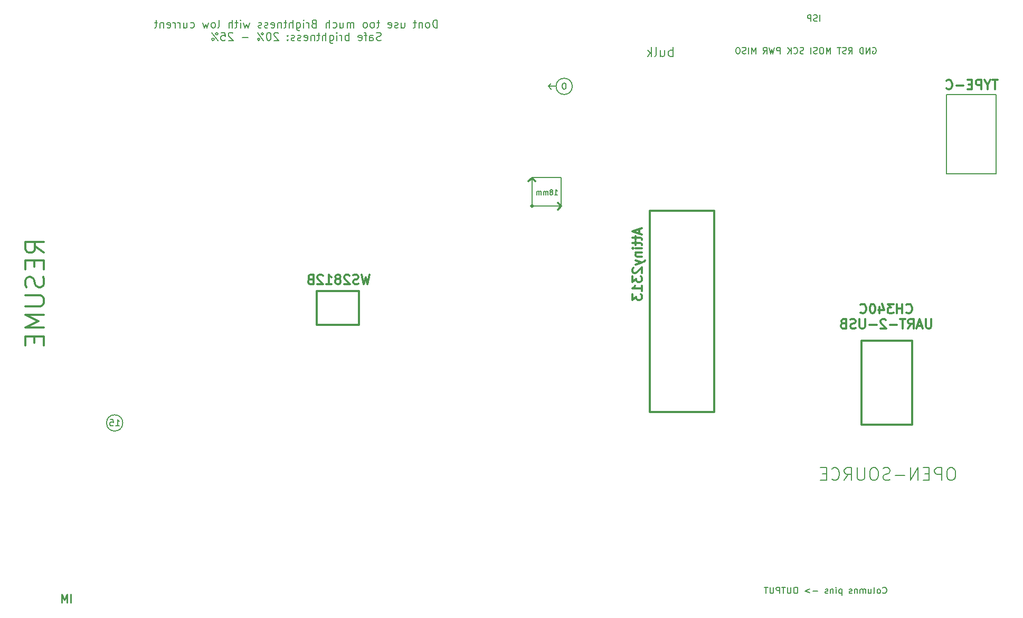
<source format=gbo>
G04 #@! TF.GenerationSoftware,KiCad,Pcbnew,9.0.4*
G04 #@! TF.CreationDate,2025-10-26T21:25:07+02:00*
G04 #@! TF.ProjectId,ResumeCard,52657375-6d65-4436-9172-642e6b696361,rev?*
G04 #@! TF.SameCoordinates,Original*
G04 #@! TF.FileFunction,Legend,Bot*
G04 #@! TF.FilePolarity,Positive*
%FSLAX46Y46*%
G04 Gerber Fmt 4.6, Leading zero omitted, Abs format (unit mm)*
G04 Created by KiCad (PCBNEW 9.0.4) date 2025-10-26 21:25:07*
%MOMM*%
%LPD*%
G01*
G04 APERTURE LIST*
%ADD10C,0.300000*%
%ADD11C,0.325000*%
%ADD12C,0.320000*%
%ADD13C,0.200000*%
%ADD14C,0.150000*%
%ADD15C,0.260000*%
%ADD16R,1.700000X1.700000*%
%ADD17C,1.700000*%
%ADD18R,2.000000X1.500000*%
%ADD19O,2.000000X1.500000*%
%ADD20O,2.000000X1.520000*%
%ADD21C,0.750000*%
%ADD22O,2.000000X1.200000*%
%ADD23O,1.800000X1.200000*%
%ADD24C,2.700000*%
%ADD25C,1.600000*%
G04 APERTURE END LIST*
D10*
X83875000Y71250000D02*
X83350000Y70725000D01*
D11*
X84062500Y66725000D02*
G75*
G02*
X83737500Y66725000I-162500J0D01*
G01*
X83737500Y66725000D02*
G75*
G02*
X84062500Y66725000I162500J0D01*
G01*
D12*
X102825000Y65925000D02*
X113075000Y65925000D01*
X113075000Y33675000D01*
X102825000Y33675000D01*
X102825000Y65925000D01*
D13*
X18250000Y31950000D02*
G75*
G02*
X15650000Y31950000I-1300000J0D01*
G01*
X15650000Y31950000D02*
G75*
G02*
X18250000Y31950000I1300000J0D01*
G01*
D14*
X86550000Y85900000D02*
X86950000Y86350000D01*
D13*
X150400000Y84600000D02*
X158300000Y84600000D01*
X158300000Y71900000D01*
X150400000Y71900000D01*
X150400000Y84600000D01*
X83900000Y71275000D02*
X88575000Y71275000D01*
X88575000Y66700000D01*
X83900000Y66700000D01*
X83900000Y71275000D01*
D14*
X87750000Y85900000D02*
X86550000Y85900000D01*
D10*
X83875000Y71250000D02*
X84400000Y70725000D01*
D12*
X136710000Y45130000D02*
X144860000Y45130000D01*
X144860000Y31630000D01*
X136710000Y31630000D01*
X136710000Y45130000D01*
D10*
X88587500Y66687500D02*
X88062500Y67212500D01*
D12*
X49400000Y53100000D02*
X56100000Y53100000D01*
X56100000Y47700000D01*
X49400000Y47700000D01*
X49400000Y53100000D01*
D13*
X90350000Y85900000D02*
G75*
G02*
X87750000Y85900000I-1300000J0D01*
G01*
X87750000Y85900000D02*
G75*
G02*
X90350000Y85900000I1300000J0D01*
G01*
D10*
X88587500Y66687500D02*
X88062500Y66162500D01*
D14*
X86950000Y85450000D02*
X86550000Y85900000D01*
D10*
X158578570Y86921672D02*
X157721428Y86921672D01*
X158149999Y85421672D02*
X158149999Y86921672D01*
X156935713Y86135958D02*
X156935713Y85421672D01*
X157435713Y86921672D02*
X156935713Y86135958D01*
X156935713Y86135958D02*
X156435713Y86921672D01*
X155935714Y85421672D02*
X155935714Y86921672D01*
X155935714Y86921672D02*
X155364285Y86921672D01*
X155364285Y86921672D02*
X155221428Y86850243D01*
X155221428Y86850243D02*
X155149999Y86778815D01*
X155149999Y86778815D02*
X155078571Y86635958D01*
X155078571Y86635958D02*
X155078571Y86421672D01*
X155078571Y86421672D02*
X155149999Y86278815D01*
X155149999Y86278815D02*
X155221428Y86207386D01*
X155221428Y86207386D02*
X155364285Y86135958D01*
X155364285Y86135958D02*
X155935714Y86135958D01*
X154435714Y86207386D02*
X153935714Y86207386D01*
X153721428Y85421672D02*
X154435714Y85421672D01*
X154435714Y85421672D02*
X154435714Y86921672D01*
X154435714Y86921672D02*
X153721428Y86921672D01*
X153078571Y85993100D02*
X151935714Y85993100D01*
X150364285Y85564529D02*
X150435713Y85493100D01*
X150435713Y85493100D02*
X150649999Y85421672D01*
X150649999Y85421672D02*
X150792856Y85421672D01*
X150792856Y85421672D02*
X151007142Y85493100D01*
X151007142Y85493100D02*
X151149999Y85635958D01*
X151149999Y85635958D02*
X151221428Y85778815D01*
X151221428Y85778815D02*
X151292856Y86064529D01*
X151292856Y86064529D02*
X151292856Y86278815D01*
X151292856Y86278815D02*
X151221428Y86564529D01*
X151221428Y86564529D02*
X151149999Y86707386D01*
X151149999Y86707386D02*
X151007142Y86850243D01*
X151007142Y86850243D02*
X150792856Y86921672D01*
X150792856Y86921672D02*
X150649999Y86921672D01*
X150649999Y86921672D02*
X150435713Y86850243D01*
X150435713Y86850243D02*
X150364285Y86778815D01*
D15*
X9919424Y3172616D02*
X9919424Y4472616D01*
X9300376Y3172616D02*
X9300376Y4472616D01*
X9300376Y4472616D02*
X8867042Y3544044D01*
X8867042Y3544044D02*
X8433709Y4472616D01*
X8433709Y4472616D02*
X8433709Y3172616D01*
D14*
X138539411Y92082562D02*
X138634649Y92130181D01*
X138634649Y92130181D02*
X138777506Y92130181D01*
X138777506Y92130181D02*
X138920363Y92082562D01*
X138920363Y92082562D02*
X139015601Y91987324D01*
X139015601Y91987324D02*
X139063220Y91892086D01*
X139063220Y91892086D02*
X139110839Y91701610D01*
X139110839Y91701610D02*
X139110839Y91558753D01*
X139110839Y91558753D02*
X139063220Y91368277D01*
X139063220Y91368277D02*
X139015601Y91273039D01*
X139015601Y91273039D02*
X138920363Y91177800D01*
X138920363Y91177800D02*
X138777506Y91130181D01*
X138777506Y91130181D02*
X138682268Y91130181D01*
X138682268Y91130181D02*
X138539411Y91177800D01*
X138539411Y91177800D02*
X138491792Y91225420D01*
X138491792Y91225420D02*
X138491792Y91558753D01*
X138491792Y91558753D02*
X138682268Y91558753D01*
X138063220Y91130181D02*
X138063220Y92130181D01*
X138063220Y92130181D02*
X137491792Y91130181D01*
X137491792Y91130181D02*
X137491792Y92130181D01*
X137015601Y91130181D02*
X137015601Y92130181D01*
X137015601Y92130181D02*
X136777506Y92130181D01*
X136777506Y92130181D02*
X136634649Y92082562D01*
X136634649Y92082562D02*
X136539411Y91987324D01*
X136539411Y91987324D02*
X136491792Y91892086D01*
X136491792Y91892086D02*
X136444173Y91701610D01*
X136444173Y91701610D02*
X136444173Y91558753D01*
X136444173Y91558753D02*
X136491792Y91368277D01*
X136491792Y91368277D02*
X136539411Y91273039D01*
X136539411Y91273039D02*
X136634649Y91177800D01*
X136634649Y91177800D02*
X136777506Y91130181D01*
X136777506Y91130181D02*
X137015601Y91130181D01*
X134682268Y91130181D02*
X135015601Y91606372D01*
X135253696Y91130181D02*
X135253696Y92130181D01*
X135253696Y92130181D02*
X134872744Y92130181D01*
X134872744Y92130181D02*
X134777506Y92082562D01*
X134777506Y92082562D02*
X134729887Y92034943D01*
X134729887Y92034943D02*
X134682268Y91939705D01*
X134682268Y91939705D02*
X134682268Y91796848D01*
X134682268Y91796848D02*
X134729887Y91701610D01*
X134729887Y91701610D02*
X134777506Y91653991D01*
X134777506Y91653991D02*
X134872744Y91606372D01*
X134872744Y91606372D02*
X135253696Y91606372D01*
X134301315Y91177800D02*
X134158458Y91130181D01*
X134158458Y91130181D02*
X133920363Y91130181D01*
X133920363Y91130181D02*
X133825125Y91177800D01*
X133825125Y91177800D02*
X133777506Y91225420D01*
X133777506Y91225420D02*
X133729887Y91320658D01*
X133729887Y91320658D02*
X133729887Y91415896D01*
X133729887Y91415896D02*
X133777506Y91511134D01*
X133777506Y91511134D02*
X133825125Y91558753D01*
X133825125Y91558753D02*
X133920363Y91606372D01*
X133920363Y91606372D02*
X134110839Y91653991D01*
X134110839Y91653991D02*
X134206077Y91701610D01*
X134206077Y91701610D02*
X134253696Y91749229D01*
X134253696Y91749229D02*
X134301315Y91844467D01*
X134301315Y91844467D02*
X134301315Y91939705D01*
X134301315Y91939705D02*
X134253696Y92034943D01*
X134253696Y92034943D02*
X134206077Y92082562D01*
X134206077Y92082562D02*
X134110839Y92130181D01*
X134110839Y92130181D02*
X133872744Y92130181D01*
X133872744Y92130181D02*
X133729887Y92082562D01*
X133444172Y92130181D02*
X132872744Y92130181D01*
X133158458Y91130181D02*
X133158458Y92130181D01*
X131777505Y91130181D02*
X131777505Y92130181D01*
X131777505Y92130181D02*
X131444172Y91415896D01*
X131444172Y91415896D02*
X131110839Y92130181D01*
X131110839Y92130181D02*
X131110839Y91130181D01*
X130444172Y92130181D02*
X130253696Y92130181D01*
X130253696Y92130181D02*
X130158458Y92082562D01*
X130158458Y92082562D02*
X130063220Y91987324D01*
X130063220Y91987324D02*
X130015601Y91796848D01*
X130015601Y91796848D02*
X130015601Y91463515D01*
X130015601Y91463515D02*
X130063220Y91273039D01*
X130063220Y91273039D02*
X130158458Y91177800D01*
X130158458Y91177800D02*
X130253696Y91130181D01*
X130253696Y91130181D02*
X130444172Y91130181D01*
X130444172Y91130181D02*
X130539410Y91177800D01*
X130539410Y91177800D02*
X130634648Y91273039D01*
X130634648Y91273039D02*
X130682267Y91463515D01*
X130682267Y91463515D02*
X130682267Y91796848D01*
X130682267Y91796848D02*
X130634648Y91987324D01*
X130634648Y91987324D02*
X130539410Y92082562D01*
X130539410Y92082562D02*
X130444172Y92130181D01*
X129634648Y91177800D02*
X129491791Y91130181D01*
X129491791Y91130181D02*
X129253696Y91130181D01*
X129253696Y91130181D02*
X129158458Y91177800D01*
X129158458Y91177800D02*
X129110839Y91225420D01*
X129110839Y91225420D02*
X129063220Y91320658D01*
X129063220Y91320658D02*
X129063220Y91415896D01*
X129063220Y91415896D02*
X129110839Y91511134D01*
X129110839Y91511134D02*
X129158458Y91558753D01*
X129158458Y91558753D02*
X129253696Y91606372D01*
X129253696Y91606372D02*
X129444172Y91653991D01*
X129444172Y91653991D02*
X129539410Y91701610D01*
X129539410Y91701610D02*
X129587029Y91749229D01*
X129587029Y91749229D02*
X129634648Y91844467D01*
X129634648Y91844467D02*
X129634648Y91939705D01*
X129634648Y91939705D02*
X129587029Y92034943D01*
X129587029Y92034943D02*
X129539410Y92082562D01*
X129539410Y92082562D02*
X129444172Y92130181D01*
X129444172Y92130181D02*
X129206077Y92130181D01*
X129206077Y92130181D02*
X129063220Y92082562D01*
X128634648Y91130181D02*
X128634648Y92130181D01*
X127444172Y91177800D02*
X127301315Y91130181D01*
X127301315Y91130181D02*
X127063220Y91130181D01*
X127063220Y91130181D02*
X126967982Y91177800D01*
X126967982Y91177800D02*
X126920363Y91225420D01*
X126920363Y91225420D02*
X126872744Y91320658D01*
X126872744Y91320658D02*
X126872744Y91415896D01*
X126872744Y91415896D02*
X126920363Y91511134D01*
X126920363Y91511134D02*
X126967982Y91558753D01*
X126967982Y91558753D02*
X127063220Y91606372D01*
X127063220Y91606372D02*
X127253696Y91653991D01*
X127253696Y91653991D02*
X127348934Y91701610D01*
X127348934Y91701610D02*
X127396553Y91749229D01*
X127396553Y91749229D02*
X127444172Y91844467D01*
X127444172Y91844467D02*
X127444172Y91939705D01*
X127444172Y91939705D02*
X127396553Y92034943D01*
X127396553Y92034943D02*
X127348934Y92082562D01*
X127348934Y92082562D02*
X127253696Y92130181D01*
X127253696Y92130181D02*
X127015601Y92130181D01*
X127015601Y92130181D02*
X126872744Y92082562D01*
X125872744Y91225420D02*
X125920363Y91177800D01*
X125920363Y91177800D02*
X126063220Y91130181D01*
X126063220Y91130181D02*
X126158458Y91130181D01*
X126158458Y91130181D02*
X126301315Y91177800D01*
X126301315Y91177800D02*
X126396553Y91273039D01*
X126396553Y91273039D02*
X126444172Y91368277D01*
X126444172Y91368277D02*
X126491791Y91558753D01*
X126491791Y91558753D02*
X126491791Y91701610D01*
X126491791Y91701610D02*
X126444172Y91892086D01*
X126444172Y91892086D02*
X126396553Y91987324D01*
X126396553Y91987324D02*
X126301315Y92082562D01*
X126301315Y92082562D02*
X126158458Y92130181D01*
X126158458Y92130181D02*
X126063220Y92130181D01*
X126063220Y92130181D02*
X125920363Y92082562D01*
X125920363Y92082562D02*
X125872744Y92034943D01*
X125444172Y91130181D02*
X125444172Y92130181D01*
X124872744Y91130181D02*
X125301315Y91701610D01*
X124872744Y92130181D02*
X125444172Y91558753D01*
X123682267Y91130181D02*
X123682267Y92130181D01*
X123682267Y92130181D02*
X123301315Y92130181D01*
X123301315Y92130181D02*
X123206077Y92082562D01*
X123206077Y92082562D02*
X123158458Y92034943D01*
X123158458Y92034943D02*
X123110839Y91939705D01*
X123110839Y91939705D02*
X123110839Y91796848D01*
X123110839Y91796848D02*
X123158458Y91701610D01*
X123158458Y91701610D02*
X123206077Y91653991D01*
X123206077Y91653991D02*
X123301315Y91606372D01*
X123301315Y91606372D02*
X123682267Y91606372D01*
X122777505Y92130181D02*
X122539410Y91130181D01*
X122539410Y91130181D02*
X122348934Y91844467D01*
X122348934Y91844467D02*
X122158458Y91130181D01*
X122158458Y91130181D02*
X121920363Y92130181D01*
X120967982Y91130181D02*
X121301315Y91606372D01*
X121539410Y91130181D02*
X121539410Y92130181D01*
X121539410Y92130181D02*
X121158458Y92130181D01*
X121158458Y92130181D02*
X121063220Y92082562D01*
X121063220Y92082562D02*
X121015601Y92034943D01*
X121015601Y92034943D02*
X120967982Y91939705D01*
X120967982Y91939705D02*
X120967982Y91796848D01*
X120967982Y91796848D02*
X121015601Y91701610D01*
X121015601Y91701610D02*
X121063220Y91653991D01*
X121063220Y91653991D02*
X121158458Y91606372D01*
X121158458Y91606372D02*
X121539410Y91606372D01*
X119777505Y91130181D02*
X119777505Y92130181D01*
X119777505Y92130181D02*
X119444172Y91415896D01*
X119444172Y91415896D02*
X119110839Y92130181D01*
X119110839Y92130181D02*
X119110839Y91130181D01*
X118634648Y91130181D02*
X118634648Y92130181D01*
X118206077Y91177800D02*
X118063220Y91130181D01*
X118063220Y91130181D02*
X117825125Y91130181D01*
X117825125Y91130181D02*
X117729887Y91177800D01*
X117729887Y91177800D02*
X117682268Y91225420D01*
X117682268Y91225420D02*
X117634649Y91320658D01*
X117634649Y91320658D02*
X117634649Y91415896D01*
X117634649Y91415896D02*
X117682268Y91511134D01*
X117682268Y91511134D02*
X117729887Y91558753D01*
X117729887Y91558753D02*
X117825125Y91606372D01*
X117825125Y91606372D02*
X118015601Y91653991D01*
X118015601Y91653991D02*
X118110839Y91701610D01*
X118110839Y91701610D02*
X118158458Y91749229D01*
X118158458Y91749229D02*
X118206077Y91844467D01*
X118206077Y91844467D02*
X118206077Y91939705D01*
X118206077Y91939705D02*
X118158458Y92034943D01*
X118158458Y92034943D02*
X118110839Y92082562D01*
X118110839Y92082562D02*
X118015601Y92130181D01*
X118015601Y92130181D02*
X117777506Y92130181D01*
X117777506Y92130181D02*
X117634649Y92082562D01*
X117015601Y92130181D02*
X116825125Y92130181D01*
X116825125Y92130181D02*
X116729887Y92082562D01*
X116729887Y92082562D02*
X116634649Y91987324D01*
X116634649Y91987324D02*
X116587030Y91796848D01*
X116587030Y91796848D02*
X116587030Y91463515D01*
X116587030Y91463515D02*
X116634649Y91273039D01*
X116634649Y91273039D02*
X116729887Y91177800D01*
X116729887Y91177800D02*
X116825125Y91130181D01*
X116825125Y91130181D02*
X117015601Y91130181D01*
X117015601Y91130181D02*
X117110839Y91177800D01*
X117110839Y91177800D02*
X117206077Y91273039D01*
X117206077Y91273039D02*
X117253696Y91463515D01*
X117253696Y91463515D02*
X117253696Y91796848D01*
X117253696Y91796848D02*
X117206077Y91987324D01*
X117206077Y91987324D02*
X117110839Y92082562D01*
X117110839Y92082562D02*
X117015601Y92130181D01*
D13*
X140142857Y4728020D02*
X140190476Y4680400D01*
X140190476Y4680400D02*
X140333333Y4632781D01*
X140333333Y4632781D02*
X140428571Y4632781D01*
X140428571Y4632781D02*
X140571428Y4680400D01*
X140571428Y4680400D02*
X140666666Y4775639D01*
X140666666Y4775639D02*
X140714285Y4870877D01*
X140714285Y4870877D02*
X140761904Y5061353D01*
X140761904Y5061353D02*
X140761904Y5204210D01*
X140761904Y5204210D02*
X140714285Y5394686D01*
X140714285Y5394686D02*
X140666666Y5489924D01*
X140666666Y5489924D02*
X140571428Y5585162D01*
X140571428Y5585162D02*
X140428571Y5632781D01*
X140428571Y5632781D02*
X140333333Y5632781D01*
X140333333Y5632781D02*
X140190476Y5585162D01*
X140190476Y5585162D02*
X140142857Y5537543D01*
X139571428Y4632781D02*
X139666666Y4680400D01*
X139666666Y4680400D02*
X139714285Y4728020D01*
X139714285Y4728020D02*
X139761904Y4823258D01*
X139761904Y4823258D02*
X139761904Y5108972D01*
X139761904Y5108972D02*
X139714285Y5204210D01*
X139714285Y5204210D02*
X139666666Y5251829D01*
X139666666Y5251829D02*
X139571428Y5299448D01*
X139571428Y5299448D02*
X139428571Y5299448D01*
X139428571Y5299448D02*
X139333333Y5251829D01*
X139333333Y5251829D02*
X139285714Y5204210D01*
X139285714Y5204210D02*
X139238095Y5108972D01*
X139238095Y5108972D02*
X139238095Y4823258D01*
X139238095Y4823258D02*
X139285714Y4728020D01*
X139285714Y4728020D02*
X139333333Y4680400D01*
X139333333Y4680400D02*
X139428571Y4632781D01*
X139428571Y4632781D02*
X139571428Y4632781D01*
X138666666Y4632781D02*
X138761904Y4680400D01*
X138761904Y4680400D02*
X138809523Y4775639D01*
X138809523Y4775639D02*
X138809523Y5632781D01*
X137857142Y5299448D02*
X137857142Y4632781D01*
X138285713Y5299448D02*
X138285713Y4775639D01*
X138285713Y4775639D02*
X138238094Y4680400D01*
X138238094Y4680400D02*
X138142856Y4632781D01*
X138142856Y4632781D02*
X137999999Y4632781D01*
X137999999Y4632781D02*
X137904761Y4680400D01*
X137904761Y4680400D02*
X137857142Y4728020D01*
X137380951Y4632781D02*
X137380951Y5299448D01*
X137380951Y5204210D02*
X137333332Y5251829D01*
X137333332Y5251829D02*
X137238094Y5299448D01*
X137238094Y5299448D02*
X137095237Y5299448D01*
X137095237Y5299448D02*
X136999999Y5251829D01*
X136999999Y5251829D02*
X136952380Y5156591D01*
X136952380Y5156591D02*
X136952380Y4632781D01*
X136952380Y5156591D02*
X136904761Y5251829D01*
X136904761Y5251829D02*
X136809523Y5299448D01*
X136809523Y5299448D02*
X136666666Y5299448D01*
X136666666Y5299448D02*
X136571427Y5251829D01*
X136571427Y5251829D02*
X136523808Y5156591D01*
X136523808Y5156591D02*
X136523808Y4632781D01*
X136047618Y5299448D02*
X136047618Y4632781D01*
X136047618Y5204210D02*
X135999999Y5251829D01*
X135999999Y5251829D02*
X135904761Y5299448D01*
X135904761Y5299448D02*
X135761904Y5299448D01*
X135761904Y5299448D02*
X135666666Y5251829D01*
X135666666Y5251829D02*
X135619047Y5156591D01*
X135619047Y5156591D02*
X135619047Y4632781D01*
X135190475Y4680400D02*
X135095237Y4632781D01*
X135095237Y4632781D02*
X134904761Y4632781D01*
X134904761Y4632781D02*
X134809523Y4680400D01*
X134809523Y4680400D02*
X134761904Y4775639D01*
X134761904Y4775639D02*
X134761904Y4823258D01*
X134761904Y4823258D02*
X134809523Y4918496D01*
X134809523Y4918496D02*
X134904761Y4966115D01*
X134904761Y4966115D02*
X135047618Y4966115D01*
X135047618Y4966115D02*
X135142856Y5013734D01*
X135142856Y5013734D02*
X135190475Y5108972D01*
X135190475Y5108972D02*
X135190475Y5156591D01*
X135190475Y5156591D02*
X135142856Y5251829D01*
X135142856Y5251829D02*
X135047618Y5299448D01*
X135047618Y5299448D02*
X134904761Y5299448D01*
X134904761Y5299448D02*
X134809523Y5251829D01*
X133571427Y5299448D02*
X133571427Y4299448D01*
X133571427Y5251829D02*
X133476189Y5299448D01*
X133476189Y5299448D02*
X133285713Y5299448D01*
X133285713Y5299448D02*
X133190475Y5251829D01*
X133190475Y5251829D02*
X133142856Y5204210D01*
X133142856Y5204210D02*
X133095237Y5108972D01*
X133095237Y5108972D02*
X133095237Y4823258D01*
X133095237Y4823258D02*
X133142856Y4728020D01*
X133142856Y4728020D02*
X133190475Y4680400D01*
X133190475Y4680400D02*
X133285713Y4632781D01*
X133285713Y4632781D02*
X133476189Y4632781D01*
X133476189Y4632781D02*
X133571427Y4680400D01*
X132666665Y4632781D02*
X132666665Y5299448D01*
X132666665Y5632781D02*
X132714284Y5585162D01*
X132714284Y5585162D02*
X132666665Y5537543D01*
X132666665Y5537543D02*
X132619046Y5585162D01*
X132619046Y5585162D02*
X132666665Y5632781D01*
X132666665Y5632781D02*
X132666665Y5537543D01*
X132190475Y5299448D02*
X132190475Y4632781D01*
X132190475Y5204210D02*
X132142856Y5251829D01*
X132142856Y5251829D02*
X132047618Y5299448D01*
X132047618Y5299448D02*
X131904761Y5299448D01*
X131904761Y5299448D02*
X131809523Y5251829D01*
X131809523Y5251829D02*
X131761904Y5156591D01*
X131761904Y5156591D02*
X131761904Y4632781D01*
X131333332Y4680400D02*
X131238094Y4632781D01*
X131238094Y4632781D02*
X131047618Y4632781D01*
X131047618Y4632781D02*
X130952380Y4680400D01*
X130952380Y4680400D02*
X130904761Y4775639D01*
X130904761Y4775639D02*
X130904761Y4823258D01*
X130904761Y4823258D02*
X130952380Y4918496D01*
X130952380Y4918496D02*
X131047618Y4966115D01*
X131047618Y4966115D02*
X131190475Y4966115D01*
X131190475Y4966115D02*
X131285713Y5013734D01*
X131285713Y5013734D02*
X131333332Y5108972D01*
X131333332Y5108972D02*
X131333332Y5156591D01*
X131333332Y5156591D02*
X131285713Y5251829D01*
X131285713Y5251829D02*
X131190475Y5299448D01*
X131190475Y5299448D02*
X131047618Y5299448D01*
X131047618Y5299448D02*
X130952380Y5251829D01*
X129714284Y5013734D02*
X128952380Y5013734D01*
X128476189Y5299448D02*
X127714285Y5013734D01*
X127714285Y5013734D02*
X128476189Y4728020D01*
X126285713Y5632781D02*
X126095237Y5632781D01*
X126095237Y5632781D02*
X125999999Y5585162D01*
X125999999Y5585162D02*
X125904761Y5489924D01*
X125904761Y5489924D02*
X125857142Y5299448D01*
X125857142Y5299448D02*
X125857142Y4966115D01*
X125857142Y4966115D02*
X125904761Y4775639D01*
X125904761Y4775639D02*
X125999999Y4680400D01*
X125999999Y4680400D02*
X126095237Y4632781D01*
X126095237Y4632781D02*
X126285713Y4632781D01*
X126285713Y4632781D02*
X126380951Y4680400D01*
X126380951Y4680400D02*
X126476189Y4775639D01*
X126476189Y4775639D02*
X126523808Y4966115D01*
X126523808Y4966115D02*
X126523808Y5299448D01*
X126523808Y5299448D02*
X126476189Y5489924D01*
X126476189Y5489924D02*
X126380951Y5585162D01*
X126380951Y5585162D02*
X126285713Y5632781D01*
X125428570Y5632781D02*
X125428570Y4823258D01*
X125428570Y4823258D02*
X125380951Y4728020D01*
X125380951Y4728020D02*
X125333332Y4680400D01*
X125333332Y4680400D02*
X125238094Y4632781D01*
X125238094Y4632781D02*
X125047618Y4632781D01*
X125047618Y4632781D02*
X124952380Y4680400D01*
X124952380Y4680400D02*
X124904761Y4728020D01*
X124904761Y4728020D02*
X124857142Y4823258D01*
X124857142Y4823258D02*
X124857142Y5632781D01*
X124523808Y5632781D02*
X123952380Y5632781D01*
X124238094Y4632781D02*
X124238094Y5632781D01*
X123619046Y4632781D02*
X123619046Y5632781D01*
X123619046Y5632781D02*
X123238094Y5632781D01*
X123238094Y5632781D02*
X123142856Y5585162D01*
X123142856Y5585162D02*
X123095237Y5537543D01*
X123095237Y5537543D02*
X123047618Y5442305D01*
X123047618Y5442305D02*
X123047618Y5299448D01*
X123047618Y5299448D02*
X123095237Y5204210D01*
X123095237Y5204210D02*
X123142856Y5156591D01*
X123142856Y5156591D02*
X123238094Y5108972D01*
X123238094Y5108972D02*
X123619046Y5108972D01*
X122619046Y5632781D02*
X122619046Y4823258D01*
X122619046Y4823258D02*
X122571427Y4728020D01*
X122571427Y4728020D02*
X122523808Y4680400D01*
X122523808Y4680400D02*
X122428570Y4632781D01*
X122428570Y4632781D02*
X122238094Y4632781D01*
X122238094Y4632781D02*
X122142856Y4680400D01*
X122142856Y4680400D02*
X122095237Y4728020D01*
X122095237Y4728020D02*
X122047618Y4823258D01*
X122047618Y4823258D02*
X122047618Y5632781D01*
X121714284Y5632781D02*
X121142856Y5632781D01*
X121428570Y4632781D02*
X121428570Y5632781D01*
D14*
X17140476Y31495181D02*
X17711904Y31495181D01*
X17426190Y31495181D02*
X17426190Y32495181D01*
X17426190Y32495181D02*
X17521428Y32352324D01*
X17521428Y32352324D02*
X17616666Y32257086D01*
X17616666Y32257086D02*
X17711904Y32209467D01*
X16235714Y32495181D02*
X16711904Y32495181D01*
X16711904Y32495181D02*
X16759523Y32018991D01*
X16759523Y32018991D02*
X16711904Y32066610D01*
X16711904Y32066610D02*
X16616666Y32114229D01*
X16616666Y32114229D02*
X16378571Y32114229D01*
X16378571Y32114229D02*
X16283333Y32066610D01*
X16283333Y32066610D02*
X16235714Y32018991D01*
X16235714Y32018991D02*
X16188095Y31923753D01*
X16188095Y31923753D02*
X16188095Y31685658D01*
X16188095Y31685658D02*
X16235714Y31590420D01*
X16235714Y31590420D02*
X16283333Y31542800D01*
X16283333Y31542800D02*
X16378571Y31495181D01*
X16378571Y31495181D02*
X16616666Y31495181D01*
X16616666Y31495181D02*
X16711904Y31542800D01*
X16711904Y31542800D02*
X16759523Y31590420D01*
D10*
X101072257Y63016918D02*
X101072257Y62302632D01*
X101500828Y63159775D02*
X100000828Y62659775D01*
X100000828Y62659775D02*
X101500828Y62159775D01*
X100500828Y61874061D02*
X100500828Y61302633D01*
X100000828Y61659776D02*
X101286542Y61659776D01*
X101286542Y61659776D02*
X101429400Y61588347D01*
X101429400Y61588347D02*
X101500828Y61445490D01*
X101500828Y61445490D02*
X101500828Y61302633D01*
X100500828Y61016918D02*
X100500828Y60445490D01*
X100000828Y60802633D02*
X101286542Y60802633D01*
X101286542Y60802633D02*
X101429400Y60731204D01*
X101429400Y60731204D02*
X101500828Y60588347D01*
X101500828Y60588347D02*
X101500828Y60445490D01*
X101500828Y59945490D02*
X100500828Y59945490D01*
X100000828Y59945490D02*
X100072257Y60016918D01*
X100072257Y60016918D02*
X100143685Y59945490D01*
X100143685Y59945490D02*
X100072257Y59874061D01*
X100072257Y59874061D02*
X100000828Y59945490D01*
X100000828Y59945490D02*
X100143685Y59945490D01*
X100500828Y59231204D02*
X101500828Y59231204D01*
X100643685Y59231204D02*
X100572257Y59159775D01*
X100572257Y59159775D02*
X100500828Y59016918D01*
X100500828Y59016918D02*
X100500828Y58802632D01*
X100500828Y58802632D02*
X100572257Y58659775D01*
X100572257Y58659775D02*
X100715114Y58588346D01*
X100715114Y58588346D02*
X101500828Y58588346D01*
X100500828Y58016918D02*
X101500828Y57659775D01*
X100500828Y57302632D02*
X101500828Y57659775D01*
X101500828Y57659775D02*
X101857971Y57802632D01*
X101857971Y57802632D02*
X101929400Y57874061D01*
X101929400Y57874061D02*
X102000828Y58016918D01*
X100143685Y56802632D02*
X100072257Y56731204D01*
X100072257Y56731204D02*
X100000828Y56588346D01*
X100000828Y56588346D02*
X100000828Y56231204D01*
X100000828Y56231204D02*
X100072257Y56088346D01*
X100072257Y56088346D02*
X100143685Y56016918D01*
X100143685Y56016918D02*
X100286542Y55945489D01*
X100286542Y55945489D02*
X100429400Y55945489D01*
X100429400Y55945489D02*
X100643685Y56016918D01*
X100643685Y56016918D02*
X101500828Y56874061D01*
X101500828Y56874061D02*
X101500828Y55945489D01*
X100000828Y55445490D02*
X100000828Y54516918D01*
X100000828Y54516918D02*
X100572257Y55016918D01*
X100572257Y55016918D02*
X100572257Y54802633D01*
X100572257Y54802633D02*
X100643685Y54659775D01*
X100643685Y54659775D02*
X100715114Y54588347D01*
X100715114Y54588347D02*
X100857971Y54516918D01*
X100857971Y54516918D02*
X101215114Y54516918D01*
X101215114Y54516918D02*
X101357971Y54588347D01*
X101357971Y54588347D02*
X101429400Y54659775D01*
X101429400Y54659775D02*
X101500828Y54802633D01*
X101500828Y54802633D02*
X101500828Y55231204D01*
X101500828Y55231204D02*
X101429400Y55374061D01*
X101429400Y55374061D02*
X101357971Y55445490D01*
X101500828Y53088347D02*
X101500828Y53945490D01*
X101500828Y53516919D02*
X100000828Y53516919D01*
X100000828Y53516919D02*
X100215114Y53659776D01*
X100215114Y53659776D02*
X100357971Y53802633D01*
X100357971Y53802633D02*
X100429400Y53945490D01*
X100000828Y52588348D02*
X100000828Y51659776D01*
X100000828Y51659776D02*
X100572257Y52159776D01*
X100572257Y52159776D02*
X100572257Y51945491D01*
X100572257Y51945491D02*
X100643685Y51802633D01*
X100643685Y51802633D02*
X100715114Y51731205D01*
X100715114Y51731205D02*
X100857971Y51659776D01*
X100857971Y51659776D02*
X101215114Y51659776D01*
X101215114Y51659776D02*
X101357971Y51731205D01*
X101357971Y51731205D02*
X101429400Y51802633D01*
X101429400Y51802633D02*
X101500828Y51945491D01*
X101500828Y51945491D02*
X101500828Y52374062D01*
X101500828Y52374062D02*
X101429400Y52516919D01*
X101429400Y52516919D02*
X101357971Y52588348D01*
D13*
X151311279Y24780162D02*
X150930326Y24780162D01*
X150930326Y24780162D02*
X150739850Y24684924D01*
X150739850Y24684924D02*
X150549374Y24494448D01*
X150549374Y24494448D02*
X150454136Y24113496D01*
X150454136Y24113496D02*
X150454136Y23446829D01*
X150454136Y23446829D02*
X150549374Y23065877D01*
X150549374Y23065877D02*
X150739850Y22875400D01*
X150739850Y22875400D02*
X150930326Y22780162D01*
X150930326Y22780162D02*
X151311279Y22780162D01*
X151311279Y22780162D02*
X151501755Y22875400D01*
X151501755Y22875400D02*
X151692231Y23065877D01*
X151692231Y23065877D02*
X151787469Y23446829D01*
X151787469Y23446829D02*
X151787469Y24113496D01*
X151787469Y24113496D02*
X151692231Y24494448D01*
X151692231Y24494448D02*
X151501755Y24684924D01*
X151501755Y24684924D02*
X151311279Y24780162D01*
X149596993Y22780162D02*
X149596993Y24780162D01*
X149596993Y24780162D02*
X148835088Y24780162D01*
X148835088Y24780162D02*
X148644612Y24684924D01*
X148644612Y24684924D02*
X148549374Y24589686D01*
X148549374Y24589686D02*
X148454136Y24399210D01*
X148454136Y24399210D02*
X148454136Y24113496D01*
X148454136Y24113496D02*
X148549374Y23923020D01*
X148549374Y23923020D02*
X148644612Y23827781D01*
X148644612Y23827781D02*
X148835088Y23732543D01*
X148835088Y23732543D02*
X149596993Y23732543D01*
X147596993Y23827781D02*
X146930326Y23827781D01*
X146644612Y22780162D02*
X147596993Y22780162D01*
X147596993Y22780162D02*
X147596993Y24780162D01*
X147596993Y24780162D02*
X146644612Y24780162D01*
X145787469Y22780162D02*
X145787469Y24780162D01*
X145787469Y24780162D02*
X144644612Y22780162D01*
X144644612Y22780162D02*
X144644612Y24780162D01*
X143692231Y23542067D02*
X142168422Y23542067D01*
X141311279Y22875400D02*
X141025565Y22780162D01*
X141025565Y22780162D02*
X140549374Y22780162D01*
X140549374Y22780162D02*
X140358898Y22875400D01*
X140358898Y22875400D02*
X140263660Y22970639D01*
X140263660Y22970639D02*
X140168422Y23161115D01*
X140168422Y23161115D02*
X140168422Y23351591D01*
X140168422Y23351591D02*
X140263660Y23542067D01*
X140263660Y23542067D02*
X140358898Y23637305D01*
X140358898Y23637305D02*
X140549374Y23732543D01*
X140549374Y23732543D02*
X140930327Y23827781D01*
X140930327Y23827781D02*
X141120803Y23923020D01*
X141120803Y23923020D02*
X141216041Y24018258D01*
X141216041Y24018258D02*
X141311279Y24208734D01*
X141311279Y24208734D02*
X141311279Y24399210D01*
X141311279Y24399210D02*
X141216041Y24589686D01*
X141216041Y24589686D02*
X141120803Y24684924D01*
X141120803Y24684924D02*
X140930327Y24780162D01*
X140930327Y24780162D02*
X140454136Y24780162D01*
X140454136Y24780162D02*
X140168422Y24684924D01*
X138930327Y24780162D02*
X138549374Y24780162D01*
X138549374Y24780162D02*
X138358898Y24684924D01*
X138358898Y24684924D02*
X138168422Y24494448D01*
X138168422Y24494448D02*
X138073184Y24113496D01*
X138073184Y24113496D02*
X138073184Y23446829D01*
X138073184Y23446829D02*
X138168422Y23065877D01*
X138168422Y23065877D02*
X138358898Y22875400D01*
X138358898Y22875400D02*
X138549374Y22780162D01*
X138549374Y22780162D02*
X138930327Y22780162D01*
X138930327Y22780162D02*
X139120803Y22875400D01*
X139120803Y22875400D02*
X139311279Y23065877D01*
X139311279Y23065877D02*
X139406517Y23446829D01*
X139406517Y23446829D02*
X139406517Y24113496D01*
X139406517Y24113496D02*
X139311279Y24494448D01*
X139311279Y24494448D02*
X139120803Y24684924D01*
X139120803Y24684924D02*
X138930327Y24780162D01*
X137216041Y24780162D02*
X137216041Y23161115D01*
X137216041Y23161115D02*
X137120803Y22970639D01*
X137120803Y22970639D02*
X137025565Y22875400D01*
X137025565Y22875400D02*
X136835089Y22780162D01*
X136835089Y22780162D02*
X136454136Y22780162D01*
X136454136Y22780162D02*
X136263660Y22875400D01*
X136263660Y22875400D02*
X136168422Y22970639D01*
X136168422Y22970639D02*
X136073184Y23161115D01*
X136073184Y23161115D02*
X136073184Y24780162D01*
X133977946Y22780162D02*
X134644613Y23732543D01*
X135120803Y22780162D02*
X135120803Y24780162D01*
X135120803Y24780162D02*
X134358898Y24780162D01*
X134358898Y24780162D02*
X134168422Y24684924D01*
X134168422Y24684924D02*
X134073184Y24589686D01*
X134073184Y24589686D02*
X133977946Y24399210D01*
X133977946Y24399210D02*
X133977946Y24113496D01*
X133977946Y24113496D02*
X134073184Y23923020D01*
X134073184Y23923020D02*
X134168422Y23827781D01*
X134168422Y23827781D02*
X134358898Y23732543D01*
X134358898Y23732543D02*
X135120803Y23732543D01*
X131977946Y22970639D02*
X132073184Y22875400D01*
X132073184Y22875400D02*
X132358898Y22780162D01*
X132358898Y22780162D02*
X132549374Y22780162D01*
X132549374Y22780162D02*
X132835089Y22875400D01*
X132835089Y22875400D02*
X133025565Y23065877D01*
X133025565Y23065877D02*
X133120803Y23256353D01*
X133120803Y23256353D02*
X133216041Y23637305D01*
X133216041Y23637305D02*
X133216041Y23923020D01*
X133216041Y23923020D02*
X133120803Y24303972D01*
X133120803Y24303972D02*
X133025565Y24494448D01*
X133025565Y24494448D02*
X132835089Y24684924D01*
X132835089Y24684924D02*
X132549374Y24780162D01*
X132549374Y24780162D02*
X132358898Y24780162D01*
X132358898Y24780162D02*
X132073184Y24684924D01*
X132073184Y24684924D02*
X131977946Y24589686D01*
X131120803Y23827781D02*
X130454136Y23827781D01*
X130168422Y22780162D02*
X131120803Y22780162D01*
X131120803Y22780162D02*
X131120803Y24780162D01*
X131120803Y24780162D02*
X130168422Y24780162D01*
X87519048Y68540305D02*
X87976191Y68540305D01*
X87747619Y68540305D02*
X87747619Y69340305D01*
X87747619Y69340305D02*
X87823810Y69226020D01*
X87823810Y69226020D02*
X87900000Y69149829D01*
X87900000Y69149829D02*
X87976191Y69111734D01*
X87061905Y68997448D02*
X87138095Y69035543D01*
X87138095Y69035543D02*
X87176190Y69073639D01*
X87176190Y69073639D02*
X87214286Y69149829D01*
X87214286Y69149829D02*
X87214286Y69187924D01*
X87214286Y69187924D02*
X87176190Y69264115D01*
X87176190Y69264115D02*
X87138095Y69302210D01*
X87138095Y69302210D02*
X87061905Y69340305D01*
X87061905Y69340305D02*
X86909524Y69340305D01*
X86909524Y69340305D02*
X86833333Y69302210D01*
X86833333Y69302210D02*
X86795238Y69264115D01*
X86795238Y69264115D02*
X86757143Y69187924D01*
X86757143Y69187924D02*
X86757143Y69149829D01*
X86757143Y69149829D02*
X86795238Y69073639D01*
X86795238Y69073639D02*
X86833333Y69035543D01*
X86833333Y69035543D02*
X86909524Y68997448D01*
X86909524Y68997448D02*
X87061905Y68997448D01*
X87061905Y68997448D02*
X87138095Y68959353D01*
X87138095Y68959353D02*
X87176190Y68921258D01*
X87176190Y68921258D02*
X87214286Y68845067D01*
X87214286Y68845067D02*
X87214286Y68692686D01*
X87214286Y68692686D02*
X87176190Y68616496D01*
X87176190Y68616496D02*
X87138095Y68578400D01*
X87138095Y68578400D02*
X87061905Y68540305D01*
X87061905Y68540305D02*
X86909524Y68540305D01*
X86909524Y68540305D02*
X86833333Y68578400D01*
X86833333Y68578400D02*
X86795238Y68616496D01*
X86795238Y68616496D02*
X86757143Y68692686D01*
X86757143Y68692686D02*
X86757143Y68845067D01*
X86757143Y68845067D02*
X86795238Y68921258D01*
X86795238Y68921258D02*
X86833333Y68959353D01*
X86833333Y68959353D02*
X86909524Y68997448D01*
X86414285Y68540305D02*
X86414285Y69073639D01*
X86414285Y68997448D02*
X86376190Y69035543D01*
X86376190Y69035543D02*
X86300000Y69073639D01*
X86300000Y69073639D02*
X86185714Y69073639D01*
X86185714Y69073639D02*
X86109523Y69035543D01*
X86109523Y69035543D02*
X86071428Y68959353D01*
X86071428Y68959353D02*
X86071428Y68540305D01*
X86071428Y68959353D02*
X86033333Y69035543D01*
X86033333Y69035543D02*
X85957142Y69073639D01*
X85957142Y69073639D02*
X85842857Y69073639D01*
X85842857Y69073639D02*
X85766666Y69035543D01*
X85766666Y69035543D02*
X85728571Y68959353D01*
X85728571Y68959353D02*
X85728571Y68540305D01*
X85347618Y68540305D02*
X85347618Y69073639D01*
X85347618Y68997448D02*
X85309523Y69035543D01*
X85309523Y69035543D02*
X85233333Y69073639D01*
X85233333Y69073639D02*
X85119047Y69073639D01*
X85119047Y69073639D02*
X85042856Y69035543D01*
X85042856Y69035543D02*
X85004761Y68959353D01*
X85004761Y68959353D02*
X85004761Y68540305D01*
X85004761Y68959353D02*
X84966666Y69035543D01*
X84966666Y69035543D02*
X84890475Y69073639D01*
X84890475Y69073639D02*
X84776190Y69073639D01*
X84776190Y69073639D02*
X84699999Y69035543D01*
X84699999Y69035543D02*
X84661904Y68959353D01*
X84661904Y68959353D02*
X84661904Y68540305D01*
D10*
X5617257Y59250000D02*
X4188685Y60250000D01*
X5617257Y60964286D02*
X2617257Y60964286D01*
X2617257Y60964286D02*
X2617257Y59821429D01*
X2617257Y59821429D02*
X2760114Y59535714D01*
X2760114Y59535714D02*
X2902971Y59392857D01*
X2902971Y59392857D02*
X3188685Y59250000D01*
X3188685Y59250000D02*
X3617257Y59250000D01*
X3617257Y59250000D02*
X3902971Y59392857D01*
X3902971Y59392857D02*
X4045828Y59535714D01*
X4045828Y59535714D02*
X4188685Y59821429D01*
X4188685Y59821429D02*
X4188685Y60964286D01*
X4045828Y57964286D02*
X4045828Y56964286D01*
X5617257Y56535714D02*
X5617257Y57964286D01*
X5617257Y57964286D02*
X2617257Y57964286D01*
X2617257Y57964286D02*
X2617257Y56535714D01*
X5474400Y55392857D02*
X5617257Y54964285D01*
X5617257Y54964285D02*
X5617257Y54250000D01*
X5617257Y54250000D02*
X5474400Y53964285D01*
X5474400Y53964285D02*
X5331542Y53821428D01*
X5331542Y53821428D02*
X5045828Y53678571D01*
X5045828Y53678571D02*
X4760114Y53678571D01*
X4760114Y53678571D02*
X4474400Y53821428D01*
X4474400Y53821428D02*
X4331542Y53964285D01*
X4331542Y53964285D02*
X4188685Y54250000D01*
X4188685Y54250000D02*
X4045828Y54821428D01*
X4045828Y54821428D02*
X3902971Y55107143D01*
X3902971Y55107143D02*
X3760114Y55250000D01*
X3760114Y55250000D02*
X3474400Y55392857D01*
X3474400Y55392857D02*
X3188685Y55392857D01*
X3188685Y55392857D02*
X2902971Y55250000D01*
X2902971Y55250000D02*
X2760114Y55107143D01*
X2760114Y55107143D02*
X2617257Y54821428D01*
X2617257Y54821428D02*
X2617257Y54107143D01*
X2617257Y54107143D02*
X2760114Y53678571D01*
X2617257Y52392857D02*
X5045828Y52392857D01*
X5045828Y52392857D02*
X5331542Y52250000D01*
X5331542Y52250000D02*
X5474400Y52107142D01*
X5474400Y52107142D02*
X5617257Y51821428D01*
X5617257Y51821428D02*
X5617257Y51250000D01*
X5617257Y51250000D02*
X5474400Y50964285D01*
X5474400Y50964285D02*
X5331542Y50821428D01*
X5331542Y50821428D02*
X5045828Y50678571D01*
X5045828Y50678571D02*
X2617257Y50678571D01*
X5617257Y49250000D02*
X2617257Y49250000D01*
X2617257Y49250000D02*
X4760114Y48250000D01*
X4760114Y48250000D02*
X2617257Y47250000D01*
X2617257Y47250000D02*
X5617257Y47250000D01*
X4045828Y45821429D02*
X4045828Y44821429D01*
X5617257Y44392857D02*
X5617257Y45821429D01*
X5617257Y45821429D02*
X2617257Y45821429D01*
X2617257Y45821429D02*
X2617257Y44392857D01*
D14*
X130063220Y96330181D02*
X130063220Y97330181D01*
X129634649Y96377800D02*
X129491792Y96330181D01*
X129491792Y96330181D02*
X129253697Y96330181D01*
X129253697Y96330181D02*
X129158459Y96377800D01*
X129158459Y96377800D02*
X129110840Y96425420D01*
X129110840Y96425420D02*
X129063221Y96520658D01*
X129063221Y96520658D02*
X129063221Y96615896D01*
X129063221Y96615896D02*
X129110840Y96711134D01*
X129110840Y96711134D02*
X129158459Y96758753D01*
X129158459Y96758753D02*
X129253697Y96806372D01*
X129253697Y96806372D02*
X129444173Y96853991D01*
X129444173Y96853991D02*
X129539411Y96901610D01*
X129539411Y96901610D02*
X129587030Y96949229D01*
X129587030Y96949229D02*
X129634649Y97044467D01*
X129634649Y97044467D02*
X129634649Y97139705D01*
X129634649Y97139705D02*
X129587030Y97234943D01*
X129587030Y97234943D02*
X129539411Y97282562D01*
X129539411Y97282562D02*
X129444173Y97330181D01*
X129444173Y97330181D02*
X129206078Y97330181D01*
X129206078Y97330181D02*
X129063221Y97282562D01*
X128634649Y96330181D02*
X128634649Y97330181D01*
X128634649Y97330181D02*
X128253697Y97330181D01*
X128253697Y97330181D02*
X128158459Y97282562D01*
X128158459Y97282562D02*
X128110840Y97234943D01*
X128110840Y97234943D02*
X128063221Y97139705D01*
X128063221Y97139705D02*
X128063221Y96996848D01*
X128063221Y96996848D02*
X128110840Y96901610D01*
X128110840Y96901610D02*
X128158459Y96853991D01*
X128158459Y96853991D02*
X128253697Y96806372D01*
X128253697Y96806372D02*
X128634649Y96806372D01*
D10*
X143939285Y49656945D02*
X144010713Y49585516D01*
X144010713Y49585516D02*
X144224999Y49514088D01*
X144224999Y49514088D02*
X144367856Y49514088D01*
X144367856Y49514088D02*
X144582142Y49585516D01*
X144582142Y49585516D02*
X144724999Y49728374D01*
X144724999Y49728374D02*
X144796428Y49871231D01*
X144796428Y49871231D02*
X144867856Y50156945D01*
X144867856Y50156945D02*
X144867856Y50371231D01*
X144867856Y50371231D02*
X144796428Y50656945D01*
X144796428Y50656945D02*
X144724999Y50799802D01*
X144724999Y50799802D02*
X144582142Y50942659D01*
X144582142Y50942659D02*
X144367856Y51014088D01*
X144367856Y51014088D02*
X144224999Y51014088D01*
X144224999Y51014088D02*
X144010713Y50942659D01*
X144010713Y50942659D02*
X143939285Y50871231D01*
X143296428Y49514088D02*
X143296428Y51014088D01*
X143296428Y50299802D02*
X142439285Y50299802D01*
X142439285Y49514088D02*
X142439285Y51014088D01*
X141867856Y51014088D02*
X140939284Y51014088D01*
X140939284Y51014088D02*
X141439284Y50442659D01*
X141439284Y50442659D02*
X141224999Y50442659D01*
X141224999Y50442659D02*
X141082142Y50371231D01*
X141082142Y50371231D02*
X141010713Y50299802D01*
X141010713Y50299802D02*
X140939284Y50156945D01*
X140939284Y50156945D02*
X140939284Y49799802D01*
X140939284Y49799802D02*
X141010713Y49656945D01*
X141010713Y49656945D02*
X141082142Y49585516D01*
X141082142Y49585516D02*
X141224999Y49514088D01*
X141224999Y49514088D02*
X141653570Y49514088D01*
X141653570Y49514088D02*
X141796427Y49585516D01*
X141796427Y49585516D02*
X141867856Y49656945D01*
X139653571Y50514088D02*
X139653571Y49514088D01*
X140010713Y51085516D02*
X140367856Y50014088D01*
X140367856Y50014088D02*
X139439285Y50014088D01*
X138582142Y51014088D02*
X138439285Y51014088D01*
X138439285Y51014088D02*
X138296428Y50942659D01*
X138296428Y50942659D02*
X138225000Y50871231D01*
X138225000Y50871231D02*
X138153571Y50728374D01*
X138153571Y50728374D02*
X138082142Y50442659D01*
X138082142Y50442659D02*
X138082142Y50085516D01*
X138082142Y50085516D02*
X138153571Y49799802D01*
X138153571Y49799802D02*
X138225000Y49656945D01*
X138225000Y49656945D02*
X138296428Y49585516D01*
X138296428Y49585516D02*
X138439285Y49514088D01*
X138439285Y49514088D02*
X138582142Y49514088D01*
X138582142Y49514088D02*
X138725000Y49585516D01*
X138725000Y49585516D02*
X138796428Y49656945D01*
X138796428Y49656945D02*
X138867857Y49799802D01*
X138867857Y49799802D02*
X138939285Y50085516D01*
X138939285Y50085516D02*
X138939285Y50442659D01*
X138939285Y50442659D02*
X138867857Y50728374D01*
X138867857Y50728374D02*
X138796428Y50871231D01*
X138796428Y50871231D02*
X138725000Y50942659D01*
X138725000Y50942659D02*
X138582142Y51014088D01*
X136582143Y49656945D02*
X136653571Y49585516D01*
X136653571Y49585516D02*
X136867857Y49514088D01*
X136867857Y49514088D02*
X137010714Y49514088D01*
X137010714Y49514088D02*
X137225000Y49585516D01*
X137225000Y49585516D02*
X137367857Y49728374D01*
X137367857Y49728374D02*
X137439286Y49871231D01*
X137439286Y49871231D02*
X137510714Y50156945D01*
X137510714Y50156945D02*
X137510714Y50371231D01*
X137510714Y50371231D02*
X137439286Y50656945D01*
X137439286Y50656945D02*
X137367857Y50799802D01*
X137367857Y50799802D02*
X137225000Y50942659D01*
X137225000Y50942659D02*
X137010714Y51014088D01*
X137010714Y51014088D02*
X136867857Y51014088D01*
X136867857Y51014088D02*
X136653571Y50942659D01*
X136653571Y50942659D02*
X136582143Y50871231D01*
X147939285Y48599172D02*
X147939285Y47384886D01*
X147939285Y47384886D02*
X147867856Y47242029D01*
X147867856Y47242029D02*
X147796428Y47170600D01*
X147796428Y47170600D02*
X147653570Y47099172D01*
X147653570Y47099172D02*
X147367856Y47099172D01*
X147367856Y47099172D02*
X147224999Y47170600D01*
X147224999Y47170600D02*
X147153570Y47242029D01*
X147153570Y47242029D02*
X147082142Y47384886D01*
X147082142Y47384886D02*
X147082142Y48599172D01*
X146439284Y47527743D02*
X145724999Y47527743D01*
X146582141Y47099172D02*
X146082141Y48599172D01*
X146082141Y48599172D02*
X145582141Y47099172D01*
X144224999Y47099172D02*
X144724999Y47813458D01*
X145082142Y47099172D02*
X145082142Y48599172D01*
X145082142Y48599172D02*
X144510713Y48599172D01*
X144510713Y48599172D02*
X144367856Y48527743D01*
X144367856Y48527743D02*
X144296427Y48456315D01*
X144296427Y48456315D02*
X144224999Y48313458D01*
X144224999Y48313458D02*
X144224999Y48099172D01*
X144224999Y48099172D02*
X144296427Y47956315D01*
X144296427Y47956315D02*
X144367856Y47884886D01*
X144367856Y47884886D02*
X144510713Y47813458D01*
X144510713Y47813458D02*
X145082142Y47813458D01*
X143796427Y48599172D02*
X142939285Y48599172D01*
X143367856Y47099172D02*
X143367856Y48599172D01*
X142439285Y47670600D02*
X141296428Y47670600D01*
X140653570Y48456315D02*
X140582142Y48527743D01*
X140582142Y48527743D02*
X140439285Y48599172D01*
X140439285Y48599172D02*
X140082142Y48599172D01*
X140082142Y48599172D02*
X139939285Y48527743D01*
X139939285Y48527743D02*
X139867856Y48456315D01*
X139867856Y48456315D02*
X139796427Y48313458D01*
X139796427Y48313458D02*
X139796427Y48170600D01*
X139796427Y48170600D02*
X139867856Y47956315D01*
X139867856Y47956315D02*
X140724999Y47099172D01*
X140724999Y47099172D02*
X139796427Y47099172D01*
X139153571Y47670600D02*
X138010714Y47670600D01*
X137296428Y48599172D02*
X137296428Y47384886D01*
X137296428Y47384886D02*
X137224999Y47242029D01*
X137224999Y47242029D02*
X137153571Y47170600D01*
X137153571Y47170600D02*
X137010713Y47099172D01*
X137010713Y47099172D02*
X136724999Y47099172D01*
X136724999Y47099172D02*
X136582142Y47170600D01*
X136582142Y47170600D02*
X136510713Y47242029D01*
X136510713Y47242029D02*
X136439285Y47384886D01*
X136439285Y47384886D02*
X136439285Y48599172D01*
X135796427Y47170600D02*
X135582142Y47099172D01*
X135582142Y47099172D02*
X135224999Y47099172D01*
X135224999Y47099172D02*
X135082142Y47170600D01*
X135082142Y47170600D02*
X135010713Y47242029D01*
X135010713Y47242029D02*
X134939284Y47384886D01*
X134939284Y47384886D02*
X134939284Y47527743D01*
X134939284Y47527743D02*
X135010713Y47670600D01*
X135010713Y47670600D02*
X135082142Y47742029D01*
X135082142Y47742029D02*
X135224999Y47813458D01*
X135224999Y47813458D02*
X135510713Y47884886D01*
X135510713Y47884886D02*
X135653570Y47956315D01*
X135653570Y47956315D02*
X135724999Y48027743D01*
X135724999Y48027743D02*
X135796427Y48170600D01*
X135796427Y48170600D02*
X135796427Y48313458D01*
X135796427Y48313458D02*
X135724999Y48456315D01*
X135724999Y48456315D02*
X135653570Y48527743D01*
X135653570Y48527743D02*
X135510713Y48599172D01*
X135510713Y48599172D02*
X135153570Y48599172D01*
X135153570Y48599172D02*
X134939284Y48527743D01*
X133796428Y47884886D02*
X133582142Y47813458D01*
X133582142Y47813458D02*
X133510713Y47742029D01*
X133510713Y47742029D02*
X133439285Y47599172D01*
X133439285Y47599172D02*
X133439285Y47384886D01*
X133439285Y47384886D02*
X133510713Y47242029D01*
X133510713Y47242029D02*
X133582142Y47170600D01*
X133582142Y47170600D02*
X133724999Y47099172D01*
X133724999Y47099172D02*
X134296428Y47099172D01*
X134296428Y47099172D02*
X134296428Y48599172D01*
X134296428Y48599172D02*
X133796428Y48599172D01*
X133796428Y48599172D02*
X133653571Y48527743D01*
X133653571Y48527743D02*
X133582142Y48456315D01*
X133582142Y48456315D02*
X133510713Y48313458D01*
X133510713Y48313458D02*
X133510713Y48170600D01*
X133510713Y48170600D02*
X133582142Y48027743D01*
X133582142Y48027743D02*
X133653571Y47956315D01*
X133653571Y47956315D02*
X133796428Y47884886D01*
X133796428Y47884886D02*
X134296428Y47884886D01*
D14*
X68690000Y95290529D02*
X68690000Y96550529D01*
X68690000Y96550529D02*
X68390000Y96550529D01*
X68390000Y96550529D02*
X68210000Y96490529D01*
X68210000Y96490529D02*
X68090000Y96370529D01*
X68090000Y96370529D02*
X68030000Y96250529D01*
X68030000Y96250529D02*
X67970000Y96010529D01*
X67970000Y96010529D02*
X67970000Y95830529D01*
X67970000Y95830529D02*
X68030000Y95590529D01*
X68030000Y95590529D02*
X68090000Y95470529D01*
X68090000Y95470529D02*
X68210000Y95350529D01*
X68210000Y95350529D02*
X68390000Y95290529D01*
X68390000Y95290529D02*
X68690000Y95290529D01*
X67250000Y95290529D02*
X67370000Y95350529D01*
X67370000Y95350529D02*
X67430000Y95410529D01*
X67430000Y95410529D02*
X67490000Y95530529D01*
X67490000Y95530529D02*
X67490000Y95890529D01*
X67490000Y95890529D02*
X67430000Y96010529D01*
X67430000Y96010529D02*
X67370000Y96070529D01*
X67370000Y96070529D02*
X67250000Y96130529D01*
X67250000Y96130529D02*
X67070000Y96130529D01*
X67070000Y96130529D02*
X66950000Y96070529D01*
X66950000Y96070529D02*
X66890000Y96010529D01*
X66890000Y96010529D02*
X66830000Y95890529D01*
X66830000Y95890529D02*
X66830000Y95530529D01*
X66830000Y95530529D02*
X66890000Y95410529D01*
X66890000Y95410529D02*
X66950000Y95350529D01*
X66950000Y95350529D02*
X67070000Y95290529D01*
X67070000Y95290529D02*
X67250000Y95290529D01*
X66290000Y96130529D02*
X66290000Y95290529D01*
X66290000Y96010529D02*
X66230000Y96070529D01*
X66230000Y96070529D02*
X66110000Y96130529D01*
X66110000Y96130529D02*
X65930000Y96130529D01*
X65930000Y96130529D02*
X65810000Y96070529D01*
X65810000Y96070529D02*
X65750000Y95950529D01*
X65750000Y95950529D02*
X65750000Y95290529D01*
X65330000Y96130529D02*
X64850000Y96130529D01*
X65150000Y96550529D02*
X65150000Y95470529D01*
X65150000Y95470529D02*
X65090000Y95350529D01*
X65090000Y95350529D02*
X64970000Y95290529D01*
X64970000Y95290529D02*
X64850000Y95290529D01*
X62930000Y96130529D02*
X62930000Y95290529D01*
X63470000Y96130529D02*
X63470000Y95470529D01*
X63470000Y95470529D02*
X63410000Y95350529D01*
X63410000Y95350529D02*
X63290000Y95290529D01*
X63290000Y95290529D02*
X63110000Y95290529D01*
X63110000Y95290529D02*
X62990000Y95350529D01*
X62990000Y95350529D02*
X62930000Y95410529D01*
X62390000Y95350529D02*
X62270000Y95290529D01*
X62270000Y95290529D02*
X62030000Y95290529D01*
X62030000Y95290529D02*
X61910000Y95350529D01*
X61910000Y95350529D02*
X61850000Y95470529D01*
X61850000Y95470529D02*
X61850000Y95530529D01*
X61850000Y95530529D02*
X61910000Y95650529D01*
X61910000Y95650529D02*
X62030000Y95710529D01*
X62030000Y95710529D02*
X62210000Y95710529D01*
X62210000Y95710529D02*
X62330000Y95770529D01*
X62330000Y95770529D02*
X62390000Y95890529D01*
X62390000Y95890529D02*
X62390000Y95950529D01*
X62390000Y95950529D02*
X62330000Y96070529D01*
X62330000Y96070529D02*
X62210000Y96130529D01*
X62210000Y96130529D02*
X62030000Y96130529D01*
X62030000Y96130529D02*
X61910000Y96070529D01*
X60830000Y95350529D02*
X60950000Y95290529D01*
X60950000Y95290529D02*
X61190000Y95290529D01*
X61190000Y95290529D02*
X61310000Y95350529D01*
X61310000Y95350529D02*
X61370000Y95470529D01*
X61370000Y95470529D02*
X61370000Y95950529D01*
X61370000Y95950529D02*
X61310000Y96070529D01*
X61310000Y96070529D02*
X61190000Y96130529D01*
X61190000Y96130529D02*
X60950000Y96130529D01*
X60950000Y96130529D02*
X60830000Y96070529D01*
X60830000Y96070529D02*
X60770000Y95950529D01*
X60770000Y95950529D02*
X60770000Y95830529D01*
X60770000Y95830529D02*
X61370000Y95710529D01*
X59450000Y96130529D02*
X58970000Y96130529D01*
X59270000Y96550529D02*
X59270000Y95470529D01*
X59270000Y95470529D02*
X59210000Y95350529D01*
X59210000Y95350529D02*
X59090000Y95290529D01*
X59090000Y95290529D02*
X58970000Y95290529D01*
X58370000Y95290529D02*
X58490000Y95350529D01*
X58490000Y95350529D02*
X58550000Y95410529D01*
X58550000Y95410529D02*
X58610000Y95530529D01*
X58610000Y95530529D02*
X58610000Y95890529D01*
X58610000Y95890529D02*
X58550000Y96010529D01*
X58550000Y96010529D02*
X58490000Y96070529D01*
X58490000Y96070529D02*
X58370000Y96130529D01*
X58370000Y96130529D02*
X58190000Y96130529D01*
X58190000Y96130529D02*
X58070000Y96070529D01*
X58070000Y96070529D02*
X58010000Y96010529D01*
X58010000Y96010529D02*
X57950000Y95890529D01*
X57950000Y95890529D02*
X57950000Y95530529D01*
X57950000Y95530529D02*
X58010000Y95410529D01*
X58010000Y95410529D02*
X58070000Y95350529D01*
X58070000Y95350529D02*
X58190000Y95290529D01*
X58190000Y95290529D02*
X58370000Y95290529D01*
X57230000Y95290529D02*
X57350000Y95350529D01*
X57350000Y95350529D02*
X57410000Y95410529D01*
X57410000Y95410529D02*
X57470000Y95530529D01*
X57470000Y95530529D02*
X57470000Y95890529D01*
X57470000Y95890529D02*
X57410000Y96010529D01*
X57410000Y96010529D02*
X57350000Y96070529D01*
X57350000Y96070529D02*
X57230000Y96130529D01*
X57230000Y96130529D02*
X57050000Y96130529D01*
X57050000Y96130529D02*
X56930000Y96070529D01*
X56930000Y96070529D02*
X56870000Y96010529D01*
X56870000Y96010529D02*
X56810000Y95890529D01*
X56810000Y95890529D02*
X56810000Y95530529D01*
X56810000Y95530529D02*
X56870000Y95410529D01*
X56870000Y95410529D02*
X56930000Y95350529D01*
X56930000Y95350529D02*
X57050000Y95290529D01*
X57050000Y95290529D02*
X57230000Y95290529D01*
X55310000Y95290529D02*
X55310000Y96130529D01*
X55310000Y96010529D02*
X55250000Y96070529D01*
X55250000Y96070529D02*
X55130000Y96130529D01*
X55130000Y96130529D02*
X54950000Y96130529D01*
X54950000Y96130529D02*
X54830000Y96070529D01*
X54830000Y96070529D02*
X54770000Y95950529D01*
X54770000Y95950529D02*
X54770000Y95290529D01*
X54770000Y95950529D02*
X54710000Y96070529D01*
X54710000Y96070529D02*
X54590000Y96130529D01*
X54590000Y96130529D02*
X54410000Y96130529D01*
X54410000Y96130529D02*
X54290000Y96070529D01*
X54290000Y96070529D02*
X54230000Y95950529D01*
X54230000Y95950529D02*
X54230000Y95290529D01*
X53090000Y96130529D02*
X53090000Y95290529D01*
X53630000Y96130529D02*
X53630000Y95470529D01*
X53630000Y95470529D02*
X53570000Y95350529D01*
X53570000Y95350529D02*
X53450000Y95290529D01*
X53450000Y95290529D02*
X53270000Y95290529D01*
X53270000Y95290529D02*
X53150000Y95350529D01*
X53150000Y95350529D02*
X53090000Y95410529D01*
X51950000Y95350529D02*
X52070000Y95290529D01*
X52070000Y95290529D02*
X52310000Y95290529D01*
X52310000Y95290529D02*
X52430000Y95350529D01*
X52430000Y95350529D02*
X52490000Y95410529D01*
X52490000Y95410529D02*
X52550000Y95530529D01*
X52550000Y95530529D02*
X52550000Y95890529D01*
X52550000Y95890529D02*
X52490000Y96010529D01*
X52490000Y96010529D02*
X52430000Y96070529D01*
X52430000Y96070529D02*
X52310000Y96130529D01*
X52310000Y96130529D02*
X52070000Y96130529D01*
X52070000Y96130529D02*
X51950000Y96070529D01*
X51410000Y95290529D02*
X51410000Y96550529D01*
X50870000Y95290529D02*
X50870000Y95950529D01*
X50870000Y95950529D02*
X50930000Y96070529D01*
X50930000Y96070529D02*
X51050000Y96130529D01*
X51050000Y96130529D02*
X51230000Y96130529D01*
X51230000Y96130529D02*
X51350000Y96070529D01*
X51350000Y96070529D02*
X51410000Y96010529D01*
X48890000Y95950529D02*
X48710000Y95890529D01*
X48710000Y95890529D02*
X48650000Y95830529D01*
X48650000Y95830529D02*
X48590000Y95710529D01*
X48590000Y95710529D02*
X48590000Y95530529D01*
X48590000Y95530529D02*
X48650000Y95410529D01*
X48650000Y95410529D02*
X48710000Y95350529D01*
X48710000Y95350529D02*
X48830000Y95290529D01*
X48830000Y95290529D02*
X49310000Y95290529D01*
X49310000Y95290529D02*
X49310000Y96550529D01*
X49310000Y96550529D02*
X48890000Y96550529D01*
X48890000Y96550529D02*
X48770000Y96490529D01*
X48770000Y96490529D02*
X48710000Y96430529D01*
X48710000Y96430529D02*
X48650000Y96310529D01*
X48650000Y96310529D02*
X48650000Y96190529D01*
X48650000Y96190529D02*
X48710000Y96070529D01*
X48710000Y96070529D02*
X48770000Y96010529D01*
X48770000Y96010529D02*
X48890000Y95950529D01*
X48890000Y95950529D02*
X49310000Y95950529D01*
X48050000Y95290529D02*
X48050000Y96130529D01*
X48050000Y95890529D02*
X47990000Y96010529D01*
X47990000Y96010529D02*
X47930000Y96070529D01*
X47930000Y96070529D02*
X47810000Y96130529D01*
X47810000Y96130529D02*
X47690000Y96130529D01*
X47270000Y95290529D02*
X47270000Y96130529D01*
X47270000Y96550529D02*
X47330000Y96490529D01*
X47330000Y96490529D02*
X47270000Y96430529D01*
X47270000Y96430529D02*
X47210000Y96490529D01*
X47210000Y96490529D02*
X47270000Y96550529D01*
X47270000Y96550529D02*
X47270000Y96430529D01*
X46130000Y96130529D02*
X46130000Y95110529D01*
X46130000Y95110529D02*
X46190000Y94990529D01*
X46190000Y94990529D02*
X46250000Y94930529D01*
X46250000Y94930529D02*
X46370000Y94870529D01*
X46370000Y94870529D02*
X46550000Y94870529D01*
X46550000Y94870529D02*
X46670000Y94930529D01*
X46130000Y95350529D02*
X46250000Y95290529D01*
X46250000Y95290529D02*
X46490000Y95290529D01*
X46490000Y95290529D02*
X46610000Y95350529D01*
X46610000Y95350529D02*
X46670000Y95410529D01*
X46670000Y95410529D02*
X46730000Y95530529D01*
X46730000Y95530529D02*
X46730000Y95890529D01*
X46730000Y95890529D02*
X46670000Y96010529D01*
X46670000Y96010529D02*
X46610000Y96070529D01*
X46610000Y96070529D02*
X46490000Y96130529D01*
X46490000Y96130529D02*
X46250000Y96130529D01*
X46250000Y96130529D02*
X46130000Y96070529D01*
X45530000Y95290529D02*
X45530000Y96550529D01*
X44990000Y95290529D02*
X44990000Y95950529D01*
X44990000Y95950529D02*
X45050000Y96070529D01*
X45050000Y96070529D02*
X45170000Y96130529D01*
X45170000Y96130529D02*
X45350000Y96130529D01*
X45350000Y96130529D02*
X45470000Y96070529D01*
X45470000Y96070529D02*
X45530000Y96010529D01*
X44570000Y96130529D02*
X44090000Y96130529D01*
X44390000Y96550529D02*
X44390000Y95470529D01*
X44390000Y95470529D02*
X44330000Y95350529D01*
X44330000Y95350529D02*
X44210000Y95290529D01*
X44210000Y95290529D02*
X44090000Y95290529D01*
X43670000Y96130529D02*
X43670000Y95290529D01*
X43670000Y96010529D02*
X43610000Y96070529D01*
X43610000Y96070529D02*
X43490000Y96130529D01*
X43490000Y96130529D02*
X43310000Y96130529D01*
X43310000Y96130529D02*
X43190000Y96070529D01*
X43190000Y96070529D02*
X43130000Y95950529D01*
X43130000Y95950529D02*
X43130000Y95290529D01*
X42050000Y95350529D02*
X42170000Y95290529D01*
X42170000Y95290529D02*
X42410000Y95290529D01*
X42410000Y95290529D02*
X42530000Y95350529D01*
X42530000Y95350529D02*
X42590000Y95470529D01*
X42590000Y95470529D02*
X42590000Y95950529D01*
X42590000Y95950529D02*
X42530000Y96070529D01*
X42530000Y96070529D02*
X42410000Y96130529D01*
X42410000Y96130529D02*
X42170000Y96130529D01*
X42170000Y96130529D02*
X42050000Y96070529D01*
X42050000Y96070529D02*
X41990000Y95950529D01*
X41990000Y95950529D02*
X41990000Y95830529D01*
X41990000Y95830529D02*
X42590000Y95710529D01*
X41510000Y95350529D02*
X41390000Y95290529D01*
X41390000Y95290529D02*
X41150000Y95290529D01*
X41150000Y95290529D02*
X41030000Y95350529D01*
X41030000Y95350529D02*
X40970000Y95470529D01*
X40970000Y95470529D02*
X40970000Y95530529D01*
X40970000Y95530529D02*
X41030000Y95650529D01*
X41030000Y95650529D02*
X41150000Y95710529D01*
X41150000Y95710529D02*
X41330000Y95710529D01*
X41330000Y95710529D02*
X41450000Y95770529D01*
X41450000Y95770529D02*
X41510000Y95890529D01*
X41510000Y95890529D02*
X41510000Y95950529D01*
X41510000Y95950529D02*
X41450000Y96070529D01*
X41450000Y96070529D02*
X41330000Y96130529D01*
X41330000Y96130529D02*
X41150000Y96130529D01*
X41150000Y96130529D02*
X41030000Y96070529D01*
X40490000Y95350529D02*
X40370000Y95290529D01*
X40370000Y95290529D02*
X40130000Y95290529D01*
X40130000Y95290529D02*
X40010000Y95350529D01*
X40010000Y95350529D02*
X39950000Y95470529D01*
X39950000Y95470529D02*
X39950000Y95530529D01*
X39950000Y95530529D02*
X40010000Y95650529D01*
X40010000Y95650529D02*
X40130000Y95710529D01*
X40130000Y95710529D02*
X40310000Y95710529D01*
X40310000Y95710529D02*
X40430000Y95770529D01*
X40430000Y95770529D02*
X40490000Y95890529D01*
X40490000Y95890529D02*
X40490000Y95950529D01*
X40490000Y95950529D02*
X40430000Y96070529D01*
X40430000Y96070529D02*
X40310000Y96130529D01*
X40310000Y96130529D02*
X40130000Y96130529D01*
X40130000Y96130529D02*
X40010000Y96070529D01*
X38570000Y96130529D02*
X38330000Y95290529D01*
X38330000Y95290529D02*
X38090000Y95890529D01*
X38090000Y95890529D02*
X37850000Y95290529D01*
X37850000Y95290529D02*
X37610000Y96130529D01*
X37130000Y95290529D02*
X37130000Y96130529D01*
X37130000Y96550529D02*
X37190000Y96490529D01*
X37190000Y96490529D02*
X37130000Y96430529D01*
X37130000Y96430529D02*
X37070000Y96490529D01*
X37070000Y96490529D02*
X37130000Y96550529D01*
X37130000Y96550529D02*
X37130000Y96430529D01*
X36710000Y96130529D02*
X36230000Y96130529D01*
X36530000Y96550529D02*
X36530000Y95470529D01*
X36530000Y95470529D02*
X36470000Y95350529D01*
X36470000Y95350529D02*
X36350000Y95290529D01*
X36350000Y95290529D02*
X36230000Y95290529D01*
X35810000Y95290529D02*
X35810000Y96550529D01*
X35270000Y95290529D02*
X35270000Y95950529D01*
X35270000Y95950529D02*
X35330000Y96070529D01*
X35330000Y96070529D02*
X35450000Y96130529D01*
X35450000Y96130529D02*
X35630000Y96130529D01*
X35630000Y96130529D02*
X35750000Y96070529D01*
X35750000Y96070529D02*
X35810000Y96010529D01*
X33530000Y95290529D02*
X33650000Y95350529D01*
X33650000Y95350529D02*
X33710000Y95470529D01*
X33710000Y95470529D02*
X33710000Y96550529D01*
X32870000Y95290529D02*
X32990000Y95350529D01*
X32990000Y95350529D02*
X33050000Y95410529D01*
X33050000Y95410529D02*
X33110000Y95530529D01*
X33110000Y95530529D02*
X33110000Y95890529D01*
X33110000Y95890529D02*
X33050000Y96010529D01*
X33050000Y96010529D02*
X32990000Y96070529D01*
X32990000Y96070529D02*
X32870000Y96130529D01*
X32870000Y96130529D02*
X32690000Y96130529D01*
X32690000Y96130529D02*
X32570000Y96070529D01*
X32570000Y96070529D02*
X32510000Y96010529D01*
X32510000Y96010529D02*
X32450000Y95890529D01*
X32450000Y95890529D02*
X32450000Y95530529D01*
X32450000Y95530529D02*
X32510000Y95410529D01*
X32510000Y95410529D02*
X32570000Y95350529D01*
X32570000Y95350529D02*
X32690000Y95290529D01*
X32690000Y95290529D02*
X32870000Y95290529D01*
X32030000Y96130529D02*
X31790000Y95290529D01*
X31790000Y95290529D02*
X31550000Y95890529D01*
X31550000Y95890529D02*
X31310000Y95290529D01*
X31310000Y95290529D02*
X31070000Y96130529D01*
X29090000Y95350529D02*
X29210000Y95290529D01*
X29210000Y95290529D02*
X29450000Y95290529D01*
X29450000Y95290529D02*
X29570000Y95350529D01*
X29570000Y95350529D02*
X29630000Y95410529D01*
X29630000Y95410529D02*
X29690000Y95530529D01*
X29690000Y95530529D02*
X29690000Y95890529D01*
X29690000Y95890529D02*
X29630000Y96010529D01*
X29630000Y96010529D02*
X29570000Y96070529D01*
X29570000Y96070529D02*
X29450000Y96130529D01*
X29450000Y96130529D02*
X29210000Y96130529D01*
X29210000Y96130529D02*
X29090000Y96070529D01*
X28010000Y96130529D02*
X28010000Y95290529D01*
X28550000Y96130529D02*
X28550000Y95470529D01*
X28550000Y95470529D02*
X28490000Y95350529D01*
X28490000Y95350529D02*
X28370000Y95290529D01*
X28370000Y95290529D02*
X28190000Y95290529D01*
X28190000Y95290529D02*
X28070000Y95350529D01*
X28070000Y95350529D02*
X28010000Y95410529D01*
X27410000Y95290529D02*
X27410000Y96130529D01*
X27410000Y95890529D02*
X27350000Y96010529D01*
X27350000Y96010529D02*
X27290000Y96070529D01*
X27290000Y96070529D02*
X27170000Y96130529D01*
X27170000Y96130529D02*
X27050000Y96130529D01*
X26630000Y95290529D02*
X26630000Y96130529D01*
X26630000Y95890529D02*
X26570000Y96010529D01*
X26570000Y96010529D02*
X26510000Y96070529D01*
X26510000Y96070529D02*
X26390000Y96130529D01*
X26390000Y96130529D02*
X26270000Y96130529D01*
X25370000Y95350529D02*
X25490000Y95290529D01*
X25490000Y95290529D02*
X25730000Y95290529D01*
X25730000Y95290529D02*
X25850000Y95350529D01*
X25850000Y95350529D02*
X25910000Y95470529D01*
X25910000Y95470529D02*
X25910000Y95950529D01*
X25910000Y95950529D02*
X25850000Y96070529D01*
X25850000Y96070529D02*
X25730000Y96130529D01*
X25730000Y96130529D02*
X25490000Y96130529D01*
X25490000Y96130529D02*
X25370000Y96070529D01*
X25370000Y96070529D02*
X25310000Y95950529D01*
X25310000Y95950529D02*
X25310000Y95830529D01*
X25310000Y95830529D02*
X25910000Y95710529D01*
X24770000Y96130529D02*
X24770000Y95290529D01*
X24770000Y96010529D02*
X24710000Y96070529D01*
X24710000Y96070529D02*
X24590000Y96130529D01*
X24590000Y96130529D02*
X24410000Y96130529D01*
X24410000Y96130529D02*
X24290000Y96070529D01*
X24290000Y96070529D02*
X24230000Y95950529D01*
X24230000Y95950529D02*
X24230000Y95290529D01*
X23810000Y96130529D02*
X23330000Y96130529D01*
X23630000Y96550529D02*
X23630000Y95470529D01*
X23630000Y95470529D02*
X23570000Y95350529D01*
X23570000Y95350529D02*
X23450000Y95290529D01*
X23450000Y95290529D02*
X23330000Y95290529D01*
X59660000Y93322000D02*
X59480000Y93262000D01*
X59480000Y93262000D02*
X59180000Y93262000D01*
X59180000Y93262000D02*
X59060000Y93322000D01*
X59060000Y93322000D02*
X59000000Y93382000D01*
X59000000Y93382000D02*
X58940000Y93502000D01*
X58940000Y93502000D02*
X58940000Y93622000D01*
X58940000Y93622000D02*
X59000000Y93742000D01*
X59000000Y93742000D02*
X59060000Y93802000D01*
X59060000Y93802000D02*
X59180000Y93862000D01*
X59180000Y93862000D02*
X59420000Y93922000D01*
X59420000Y93922000D02*
X59540000Y93982000D01*
X59540000Y93982000D02*
X59600000Y94042000D01*
X59600000Y94042000D02*
X59660000Y94162000D01*
X59660000Y94162000D02*
X59660000Y94282000D01*
X59660000Y94282000D02*
X59600000Y94402000D01*
X59600000Y94402000D02*
X59540000Y94462000D01*
X59540000Y94462000D02*
X59420000Y94522000D01*
X59420000Y94522000D02*
X59120000Y94522000D01*
X59120000Y94522000D02*
X58940000Y94462000D01*
X57860000Y93262000D02*
X57860000Y93922000D01*
X57860000Y93922000D02*
X57920000Y94042000D01*
X57920000Y94042000D02*
X58040000Y94102000D01*
X58040000Y94102000D02*
X58280000Y94102000D01*
X58280000Y94102000D02*
X58400000Y94042000D01*
X57860000Y93322000D02*
X57980000Y93262000D01*
X57980000Y93262000D02*
X58280000Y93262000D01*
X58280000Y93262000D02*
X58400000Y93322000D01*
X58400000Y93322000D02*
X58460000Y93442000D01*
X58460000Y93442000D02*
X58460000Y93562000D01*
X58460000Y93562000D02*
X58400000Y93682000D01*
X58400000Y93682000D02*
X58280000Y93742000D01*
X58280000Y93742000D02*
X57980000Y93742000D01*
X57980000Y93742000D02*
X57860000Y93802000D01*
X57440000Y94102000D02*
X56960000Y94102000D01*
X57260000Y93262000D02*
X57260000Y94342000D01*
X57260000Y94342000D02*
X57200000Y94462000D01*
X57200000Y94462000D02*
X57080000Y94522000D01*
X57080000Y94522000D02*
X56960000Y94522000D01*
X56060000Y93322000D02*
X56180000Y93262000D01*
X56180000Y93262000D02*
X56420000Y93262000D01*
X56420000Y93262000D02*
X56540000Y93322000D01*
X56540000Y93322000D02*
X56600000Y93442000D01*
X56600000Y93442000D02*
X56600000Y93922000D01*
X56600000Y93922000D02*
X56540000Y94042000D01*
X56540000Y94042000D02*
X56420000Y94102000D01*
X56420000Y94102000D02*
X56180000Y94102000D01*
X56180000Y94102000D02*
X56060000Y94042000D01*
X56060000Y94042000D02*
X56000000Y93922000D01*
X56000000Y93922000D02*
X56000000Y93802000D01*
X56000000Y93802000D02*
X56600000Y93682000D01*
X54500000Y93262000D02*
X54500000Y94522000D01*
X54500000Y94042000D02*
X54380000Y94102000D01*
X54380000Y94102000D02*
X54140000Y94102000D01*
X54140000Y94102000D02*
X54020000Y94042000D01*
X54020000Y94042000D02*
X53960000Y93982000D01*
X53960000Y93982000D02*
X53900000Y93862000D01*
X53900000Y93862000D02*
X53900000Y93502000D01*
X53900000Y93502000D02*
X53960000Y93382000D01*
X53960000Y93382000D02*
X54020000Y93322000D01*
X54020000Y93322000D02*
X54140000Y93262000D01*
X54140000Y93262000D02*
X54380000Y93262000D01*
X54380000Y93262000D02*
X54500000Y93322000D01*
X53360000Y93262000D02*
X53360000Y94102000D01*
X53360000Y93862000D02*
X53300000Y93982000D01*
X53300000Y93982000D02*
X53240000Y94042000D01*
X53240000Y94042000D02*
X53120000Y94102000D01*
X53120000Y94102000D02*
X53000000Y94102000D01*
X52580000Y93262000D02*
X52580000Y94102000D01*
X52580000Y94522000D02*
X52640000Y94462000D01*
X52640000Y94462000D02*
X52580000Y94402000D01*
X52580000Y94402000D02*
X52520000Y94462000D01*
X52520000Y94462000D02*
X52580000Y94522000D01*
X52580000Y94522000D02*
X52580000Y94402000D01*
X51440000Y94102000D02*
X51440000Y93082000D01*
X51440000Y93082000D02*
X51500000Y92962000D01*
X51500000Y92962000D02*
X51560000Y92902000D01*
X51560000Y92902000D02*
X51680000Y92842000D01*
X51680000Y92842000D02*
X51860000Y92842000D01*
X51860000Y92842000D02*
X51980000Y92902000D01*
X51440000Y93322000D02*
X51560000Y93262000D01*
X51560000Y93262000D02*
X51800000Y93262000D01*
X51800000Y93262000D02*
X51920000Y93322000D01*
X51920000Y93322000D02*
X51980000Y93382000D01*
X51980000Y93382000D02*
X52040000Y93502000D01*
X52040000Y93502000D02*
X52040000Y93862000D01*
X52040000Y93862000D02*
X51980000Y93982000D01*
X51980000Y93982000D02*
X51920000Y94042000D01*
X51920000Y94042000D02*
X51800000Y94102000D01*
X51800000Y94102000D02*
X51560000Y94102000D01*
X51560000Y94102000D02*
X51440000Y94042000D01*
X50840000Y93262000D02*
X50840000Y94522000D01*
X50300000Y93262000D02*
X50300000Y93922000D01*
X50300000Y93922000D02*
X50360000Y94042000D01*
X50360000Y94042000D02*
X50480000Y94102000D01*
X50480000Y94102000D02*
X50660000Y94102000D01*
X50660000Y94102000D02*
X50780000Y94042000D01*
X50780000Y94042000D02*
X50840000Y93982000D01*
X49880000Y94102000D02*
X49400000Y94102000D01*
X49700000Y94522000D02*
X49700000Y93442000D01*
X49700000Y93442000D02*
X49640000Y93322000D01*
X49640000Y93322000D02*
X49520000Y93262000D01*
X49520000Y93262000D02*
X49400000Y93262000D01*
X48980000Y94102000D02*
X48980000Y93262000D01*
X48980000Y93982000D02*
X48920000Y94042000D01*
X48920000Y94042000D02*
X48800000Y94102000D01*
X48800000Y94102000D02*
X48620000Y94102000D01*
X48620000Y94102000D02*
X48500000Y94042000D01*
X48500000Y94042000D02*
X48440000Y93922000D01*
X48440000Y93922000D02*
X48440000Y93262000D01*
X47360000Y93322000D02*
X47480000Y93262000D01*
X47480000Y93262000D02*
X47720000Y93262000D01*
X47720000Y93262000D02*
X47840000Y93322000D01*
X47840000Y93322000D02*
X47900000Y93442000D01*
X47900000Y93442000D02*
X47900000Y93922000D01*
X47900000Y93922000D02*
X47840000Y94042000D01*
X47840000Y94042000D02*
X47720000Y94102000D01*
X47720000Y94102000D02*
X47480000Y94102000D01*
X47480000Y94102000D02*
X47360000Y94042000D01*
X47360000Y94042000D02*
X47300000Y93922000D01*
X47300000Y93922000D02*
X47300000Y93802000D01*
X47300000Y93802000D02*
X47900000Y93682000D01*
X46820000Y93322000D02*
X46700000Y93262000D01*
X46700000Y93262000D02*
X46460000Y93262000D01*
X46460000Y93262000D02*
X46340000Y93322000D01*
X46340000Y93322000D02*
X46280000Y93442000D01*
X46280000Y93442000D02*
X46280000Y93502000D01*
X46280000Y93502000D02*
X46340000Y93622000D01*
X46340000Y93622000D02*
X46460000Y93682000D01*
X46460000Y93682000D02*
X46640000Y93682000D01*
X46640000Y93682000D02*
X46760000Y93742000D01*
X46760000Y93742000D02*
X46820000Y93862000D01*
X46820000Y93862000D02*
X46820000Y93922000D01*
X46820000Y93922000D02*
X46760000Y94042000D01*
X46760000Y94042000D02*
X46640000Y94102000D01*
X46640000Y94102000D02*
X46460000Y94102000D01*
X46460000Y94102000D02*
X46340000Y94042000D01*
X45800000Y93322000D02*
X45680000Y93262000D01*
X45680000Y93262000D02*
X45440000Y93262000D01*
X45440000Y93262000D02*
X45320000Y93322000D01*
X45320000Y93322000D02*
X45260000Y93442000D01*
X45260000Y93442000D02*
X45260000Y93502000D01*
X45260000Y93502000D02*
X45320000Y93622000D01*
X45320000Y93622000D02*
X45440000Y93682000D01*
X45440000Y93682000D02*
X45620000Y93682000D01*
X45620000Y93682000D02*
X45740000Y93742000D01*
X45740000Y93742000D02*
X45800000Y93862000D01*
X45800000Y93862000D02*
X45800000Y93922000D01*
X45800000Y93922000D02*
X45740000Y94042000D01*
X45740000Y94042000D02*
X45620000Y94102000D01*
X45620000Y94102000D02*
X45440000Y94102000D01*
X45440000Y94102000D02*
X45320000Y94042000D01*
X44720000Y93382000D02*
X44660000Y93322000D01*
X44660000Y93322000D02*
X44720000Y93262000D01*
X44720000Y93262000D02*
X44780000Y93322000D01*
X44780000Y93322000D02*
X44720000Y93382000D01*
X44720000Y93382000D02*
X44720000Y93262000D01*
X44720000Y94042000D02*
X44660000Y93982000D01*
X44660000Y93982000D02*
X44720000Y93922000D01*
X44720000Y93922000D02*
X44780000Y93982000D01*
X44780000Y93982000D02*
X44720000Y94042000D01*
X44720000Y94042000D02*
X44720000Y93922000D01*
X43220000Y94402000D02*
X43160000Y94462000D01*
X43160000Y94462000D02*
X43040000Y94522000D01*
X43040000Y94522000D02*
X42740000Y94522000D01*
X42740000Y94522000D02*
X42620000Y94462000D01*
X42620000Y94462000D02*
X42560000Y94402000D01*
X42560000Y94402000D02*
X42500000Y94282000D01*
X42500000Y94282000D02*
X42500000Y94162000D01*
X42500000Y94162000D02*
X42560000Y93982000D01*
X42560000Y93982000D02*
X43280000Y93262000D01*
X43280000Y93262000D02*
X42500000Y93262000D01*
X41720000Y94522000D02*
X41600000Y94522000D01*
X41600000Y94522000D02*
X41480000Y94462000D01*
X41480000Y94462000D02*
X41420000Y94402000D01*
X41420000Y94402000D02*
X41360000Y94282000D01*
X41360000Y94282000D02*
X41300000Y94042000D01*
X41300000Y94042000D02*
X41300000Y93742000D01*
X41300000Y93742000D02*
X41360000Y93502000D01*
X41360000Y93502000D02*
X41420000Y93382000D01*
X41420000Y93382000D02*
X41480000Y93322000D01*
X41480000Y93322000D02*
X41600000Y93262000D01*
X41600000Y93262000D02*
X41720000Y93262000D01*
X41720000Y93262000D02*
X41840000Y93322000D01*
X41840000Y93322000D02*
X41900000Y93382000D01*
X41900000Y93382000D02*
X41960000Y93502000D01*
X41960000Y93502000D02*
X42020000Y93742000D01*
X42020000Y93742000D02*
X42020000Y94042000D01*
X42020000Y94042000D02*
X41960000Y94282000D01*
X41960000Y94282000D02*
X41900000Y94402000D01*
X41900000Y94402000D02*
X41840000Y94462000D01*
X41840000Y94462000D02*
X41720000Y94522000D01*
X40820000Y93262000D02*
X39860000Y94522000D01*
X40640000Y94522000D02*
X40520000Y94462000D01*
X40520000Y94462000D02*
X40460000Y94342000D01*
X40460000Y94342000D02*
X40520000Y94222000D01*
X40520000Y94222000D02*
X40640000Y94162000D01*
X40640000Y94162000D02*
X40760000Y94222000D01*
X40760000Y94222000D02*
X40820000Y94342000D01*
X40820000Y94342000D02*
X40760000Y94462000D01*
X40760000Y94462000D02*
X40640000Y94522000D01*
X39920000Y93322000D02*
X39860000Y93442000D01*
X39860000Y93442000D02*
X39920000Y93562000D01*
X39920000Y93562000D02*
X40040000Y93622000D01*
X40040000Y93622000D02*
X40160000Y93562000D01*
X40160000Y93562000D02*
X40220000Y93442000D01*
X40220000Y93442000D02*
X40160000Y93322000D01*
X40160000Y93322000D02*
X40040000Y93262000D01*
X40040000Y93262000D02*
X39920000Y93322000D01*
X38360000Y93742000D02*
X37400000Y93742000D01*
X35900000Y94402000D02*
X35840000Y94462000D01*
X35840000Y94462000D02*
X35720000Y94522000D01*
X35720000Y94522000D02*
X35420000Y94522000D01*
X35420000Y94522000D02*
X35300000Y94462000D01*
X35300000Y94462000D02*
X35240000Y94402000D01*
X35240000Y94402000D02*
X35180000Y94282000D01*
X35180000Y94282000D02*
X35180000Y94162000D01*
X35180000Y94162000D02*
X35240000Y93982000D01*
X35240000Y93982000D02*
X35960000Y93262000D01*
X35960000Y93262000D02*
X35180000Y93262000D01*
X34040000Y94522000D02*
X34640000Y94522000D01*
X34640000Y94522000D02*
X34700000Y93922000D01*
X34700000Y93922000D02*
X34640000Y93982000D01*
X34640000Y93982000D02*
X34520000Y94042000D01*
X34520000Y94042000D02*
X34220000Y94042000D01*
X34220000Y94042000D02*
X34100000Y93982000D01*
X34100000Y93982000D02*
X34040000Y93922000D01*
X34040000Y93922000D02*
X33980000Y93802000D01*
X33980000Y93802000D02*
X33980000Y93502000D01*
X33980000Y93502000D02*
X34040000Y93382000D01*
X34040000Y93382000D02*
X34100000Y93322000D01*
X34100000Y93322000D02*
X34220000Y93262000D01*
X34220000Y93262000D02*
X34520000Y93262000D01*
X34520000Y93262000D02*
X34640000Y93322000D01*
X34640000Y93322000D02*
X34700000Y93382000D01*
X33500000Y93262000D02*
X32540000Y94522000D01*
X33320000Y94522000D02*
X33200000Y94462000D01*
X33200000Y94462000D02*
X33140000Y94342000D01*
X33140000Y94342000D02*
X33200000Y94222000D01*
X33200000Y94222000D02*
X33320000Y94162000D01*
X33320000Y94162000D02*
X33440000Y94222000D01*
X33440000Y94222000D02*
X33500000Y94342000D01*
X33500000Y94342000D02*
X33440000Y94462000D01*
X33440000Y94462000D02*
X33320000Y94522000D01*
X32600000Y93322000D02*
X32540000Y93442000D01*
X32540000Y93442000D02*
X32600000Y93562000D01*
X32600000Y93562000D02*
X32720000Y93622000D01*
X32720000Y93622000D02*
X32840000Y93562000D01*
X32840000Y93562000D02*
X32900000Y93442000D01*
X32900000Y93442000D02*
X32840000Y93322000D01*
X32840000Y93322000D02*
X32720000Y93262000D01*
X32720000Y93262000D02*
X32600000Y93322000D01*
D10*
X57838346Y55699172D02*
X57481203Y54199172D01*
X57481203Y54199172D02*
X57195489Y55270600D01*
X57195489Y55270600D02*
X56909774Y54199172D01*
X56909774Y54199172D02*
X56552632Y55699172D01*
X56052631Y54270600D02*
X55838346Y54199172D01*
X55838346Y54199172D02*
X55481203Y54199172D01*
X55481203Y54199172D02*
X55338346Y54270600D01*
X55338346Y54270600D02*
X55266917Y54342029D01*
X55266917Y54342029D02*
X55195488Y54484886D01*
X55195488Y54484886D02*
X55195488Y54627743D01*
X55195488Y54627743D02*
X55266917Y54770600D01*
X55266917Y54770600D02*
X55338346Y54842029D01*
X55338346Y54842029D02*
X55481203Y54913458D01*
X55481203Y54913458D02*
X55766917Y54984886D01*
X55766917Y54984886D02*
X55909774Y55056315D01*
X55909774Y55056315D02*
X55981203Y55127743D01*
X55981203Y55127743D02*
X56052631Y55270600D01*
X56052631Y55270600D02*
X56052631Y55413458D01*
X56052631Y55413458D02*
X55981203Y55556315D01*
X55981203Y55556315D02*
X55909774Y55627743D01*
X55909774Y55627743D02*
X55766917Y55699172D01*
X55766917Y55699172D02*
X55409774Y55699172D01*
X55409774Y55699172D02*
X55195488Y55627743D01*
X54624060Y55556315D02*
X54552632Y55627743D01*
X54552632Y55627743D02*
X54409775Y55699172D01*
X54409775Y55699172D02*
X54052632Y55699172D01*
X54052632Y55699172D02*
X53909775Y55627743D01*
X53909775Y55627743D02*
X53838346Y55556315D01*
X53838346Y55556315D02*
X53766917Y55413458D01*
X53766917Y55413458D02*
X53766917Y55270600D01*
X53766917Y55270600D02*
X53838346Y55056315D01*
X53838346Y55056315D02*
X54695489Y54199172D01*
X54695489Y54199172D02*
X53766917Y54199172D01*
X52909775Y55056315D02*
X53052632Y55127743D01*
X53052632Y55127743D02*
X53124061Y55199172D01*
X53124061Y55199172D02*
X53195489Y55342029D01*
X53195489Y55342029D02*
X53195489Y55413458D01*
X53195489Y55413458D02*
X53124061Y55556315D01*
X53124061Y55556315D02*
X53052632Y55627743D01*
X53052632Y55627743D02*
X52909775Y55699172D01*
X52909775Y55699172D02*
X52624061Y55699172D01*
X52624061Y55699172D02*
X52481204Y55627743D01*
X52481204Y55627743D02*
X52409775Y55556315D01*
X52409775Y55556315D02*
X52338346Y55413458D01*
X52338346Y55413458D02*
X52338346Y55342029D01*
X52338346Y55342029D02*
X52409775Y55199172D01*
X52409775Y55199172D02*
X52481204Y55127743D01*
X52481204Y55127743D02*
X52624061Y55056315D01*
X52624061Y55056315D02*
X52909775Y55056315D01*
X52909775Y55056315D02*
X53052632Y54984886D01*
X53052632Y54984886D02*
X53124061Y54913458D01*
X53124061Y54913458D02*
X53195489Y54770600D01*
X53195489Y54770600D02*
X53195489Y54484886D01*
X53195489Y54484886D02*
X53124061Y54342029D01*
X53124061Y54342029D02*
X53052632Y54270600D01*
X53052632Y54270600D02*
X52909775Y54199172D01*
X52909775Y54199172D02*
X52624061Y54199172D01*
X52624061Y54199172D02*
X52481204Y54270600D01*
X52481204Y54270600D02*
X52409775Y54342029D01*
X52409775Y54342029D02*
X52338346Y54484886D01*
X52338346Y54484886D02*
X52338346Y54770600D01*
X52338346Y54770600D02*
X52409775Y54913458D01*
X52409775Y54913458D02*
X52481204Y54984886D01*
X52481204Y54984886D02*
X52624061Y55056315D01*
X50909775Y54199172D02*
X51766918Y54199172D01*
X51338347Y54199172D02*
X51338347Y55699172D01*
X51338347Y55699172D02*
X51481204Y55484886D01*
X51481204Y55484886D02*
X51624061Y55342029D01*
X51624061Y55342029D02*
X51766918Y55270600D01*
X50338347Y55556315D02*
X50266919Y55627743D01*
X50266919Y55627743D02*
X50124062Y55699172D01*
X50124062Y55699172D02*
X49766919Y55699172D01*
X49766919Y55699172D02*
X49624062Y55627743D01*
X49624062Y55627743D02*
X49552633Y55556315D01*
X49552633Y55556315D02*
X49481204Y55413458D01*
X49481204Y55413458D02*
X49481204Y55270600D01*
X49481204Y55270600D02*
X49552633Y55056315D01*
X49552633Y55056315D02*
X50409776Y54199172D01*
X50409776Y54199172D02*
X49481204Y54199172D01*
X48338348Y54984886D02*
X48124062Y54913458D01*
X48124062Y54913458D02*
X48052633Y54842029D01*
X48052633Y54842029D02*
X47981205Y54699172D01*
X47981205Y54699172D02*
X47981205Y54484886D01*
X47981205Y54484886D02*
X48052633Y54342029D01*
X48052633Y54342029D02*
X48124062Y54270600D01*
X48124062Y54270600D02*
X48266919Y54199172D01*
X48266919Y54199172D02*
X48838348Y54199172D01*
X48838348Y54199172D02*
X48838348Y55699172D01*
X48838348Y55699172D02*
X48338348Y55699172D01*
X48338348Y55699172D02*
X48195491Y55627743D01*
X48195491Y55627743D02*
X48124062Y55556315D01*
X48124062Y55556315D02*
X48052633Y55413458D01*
X48052633Y55413458D02*
X48052633Y55270600D01*
X48052633Y55270600D02*
X48124062Y55127743D01*
X48124062Y55127743D02*
X48195491Y55056315D01*
X48195491Y55056315D02*
X48338348Y54984886D01*
X48338348Y54984886D02*
X48838348Y54984886D01*
D14*
X89097618Y86445181D02*
X89002380Y86445181D01*
X89002380Y86445181D02*
X88907142Y86397562D01*
X88907142Y86397562D02*
X88859523Y86349943D01*
X88859523Y86349943D02*
X88811904Y86254705D01*
X88811904Y86254705D02*
X88764285Y86064229D01*
X88764285Y86064229D02*
X88764285Y85826134D01*
X88764285Y85826134D02*
X88811904Y85635658D01*
X88811904Y85635658D02*
X88859523Y85540420D01*
X88859523Y85540420D02*
X88907142Y85492800D01*
X88907142Y85492800D02*
X89002380Y85445181D01*
X89002380Y85445181D02*
X89097618Y85445181D01*
X89097618Y85445181D02*
X89192856Y85492800D01*
X89192856Y85492800D02*
X89240475Y85540420D01*
X89240475Y85540420D02*
X89288094Y85635658D01*
X89288094Y85635658D02*
X89335713Y85826134D01*
X89335713Y85826134D02*
X89335713Y86064229D01*
X89335713Y86064229D02*
X89288094Y86254705D01*
X89288094Y86254705D02*
X89240475Y86349943D01*
X89240475Y86349943D02*
X89192856Y86397562D01*
X89192856Y86397562D02*
X89097618Y86445181D01*
D13*
X106500000Y90693972D02*
X106500000Y92193972D01*
X106500000Y91622543D02*
X106357143Y91693972D01*
X106357143Y91693972D02*
X106071428Y91693972D01*
X106071428Y91693972D02*
X105928571Y91622543D01*
X105928571Y91622543D02*
X105857143Y91551115D01*
X105857143Y91551115D02*
X105785714Y91408258D01*
X105785714Y91408258D02*
X105785714Y90979686D01*
X105785714Y90979686D02*
X105857143Y90836829D01*
X105857143Y90836829D02*
X105928571Y90765400D01*
X105928571Y90765400D02*
X106071428Y90693972D01*
X106071428Y90693972D02*
X106357143Y90693972D01*
X106357143Y90693972D02*
X106500000Y90765400D01*
X104500000Y91693972D02*
X104500000Y90693972D01*
X105142857Y91693972D02*
X105142857Y90908258D01*
X105142857Y90908258D02*
X105071428Y90765400D01*
X105071428Y90765400D02*
X104928571Y90693972D01*
X104928571Y90693972D02*
X104714285Y90693972D01*
X104714285Y90693972D02*
X104571428Y90765400D01*
X104571428Y90765400D02*
X104500000Y90836829D01*
X103571428Y90693972D02*
X103714285Y90765400D01*
X103714285Y90765400D02*
X103785714Y90908258D01*
X103785714Y90908258D02*
X103785714Y92193972D01*
X103000000Y90693972D02*
X103000000Y92193972D01*
X102857143Y91265400D02*
X102428571Y90693972D01*
X102428571Y91693972D02*
X103000000Y91122543D01*
%LPC*%
D16*
G04 #@! TO.C,SW16*
X21250000Y25300000D03*
D17*
X23790000Y25300000D03*
G04 #@! TD*
D16*
G04 #@! TO.C,SW17*
X39250000Y25300000D03*
D17*
X41790000Y25300000D03*
G04 #@! TD*
D16*
G04 #@! TO.C,SW12*
X39250000Y43300000D03*
D17*
X41790000Y43300000D03*
G04 #@! TD*
D16*
G04 #@! TO.C,SW6*
X21250000Y61300000D03*
D17*
X23790000Y61300000D03*
G04 #@! TD*
D16*
G04 #@! TO.C,SW2*
X39250000Y79300000D03*
D17*
X41790000Y79300000D03*
G04 #@! TD*
D16*
G04 #@! TO.C,SW11*
X21250000Y43300000D03*
D17*
X23790000Y43300000D03*
G04 #@! TD*
D18*
G04 #@! TO.C,U1*
X107515000Y61090000D03*
D19*
X107515000Y58550000D03*
X107515000Y56010000D03*
X107515000Y53470000D03*
X107515000Y50930000D03*
X107515000Y48390000D03*
X107515000Y45850000D03*
X107515000Y43310000D03*
X107515000Y40770000D03*
D20*
X107515000Y38230000D03*
X115135000Y38230000D03*
X115135000Y40770000D03*
X115135000Y43310000D03*
X115135000Y45850000D03*
X115135000Y48390000D03*
X115135000Y50930000D03*
X115135000Y53470000D03*
X115135000Y56010000D03*
X115135000Y58550000D03*
X115135000Y61090000D03*
G04 #@! TD*
D16*
G04 #@! TO.C,SW19*
X75250000Y25300000D03*
D17*
X77790000Y25300000D03*
G04 #@! TD*
D16*
G04 #@! TO.C,SW21*
X21250000Y7300000D03*
D17*
X23790000Y7300000D03*
G04 #@! TD*
D21*
G04 #@! TO.C,J1*
X152700000Y75300000D03*
X152700000Y81100000D03*
D22*
X152200000Y82530000D03*
D23*
X156380000Y82530000D03*
X156380000Y73870000D03*
D22*
X152200000Y73870000D03*
G04 #@! TD*
D16*
G04 #@! TO.C,SW5*
X93250000Y79300000D03*
D17*
X95790000Y79300000D03*
G04 #@! TD*
G04 #@! TO.C,SW26*
X113525000Y74800000D03*
X113525000Y68300000D03*
X109025000Y74800000D03*
X109025000Y68300000D03*
G04 #@! TD*
D16*
G04 #@! TO.C,SW1*
X21250000Y79300000D03*
D17*
X23790000Y79300000D03*
G04 #@! TD*
D24*
G04 #@! TO.C,MH4*
X157240000Y5550000D03*
G04 #@! TD*
D16*
G04 #@! TO.C,SW23*
X57250000Y7300000D03*
D17*
X59790000Y7300000D03*
G04 #@! TD*
D16*
G04 #@! TO.C,J2*
X135350000Y94600000D03*
D17*
X132810000Y94600000D03*
X130270000Y94600000D03*
X127730000Y94600000D03*
X125190000Y94600000D03*
X122650000Y94600000D03*
G04 #@! TD*
D16*
G04 #@! TO.C,SW8*
X57250000Y61300000D03*
D17*
X59790000Y61300000D03*
G04 #@! TD*
D24*
G04 #@! TO.C,MH1*
X3200000Y94450000D03*
G04 #@! TD*
D16*
G04 #@! TO.C,SW4*
X75250000Y79300000D03*
D17*
X77790000Y79300000D03*
G04 #@! TD*
D24*
G04 #@! TO.C,MH2*
X3570000Y5550000D03*
G04 #@! TD*
D16*
G04 #@! TO.C,SW7*
X39250000Y61300000D03*
D17*
X41790000Y61300000D03*
G04 #@! TD*
D25*
G04 #@! TO.C,C27*
X137395000Y75115000D03*
X134855000Y75115000D03*
G04 #@! TD*
D16*
G04 #@! TO.C,SW13*
X57250000Y43300000D03*
D17*
X59790000Y43300000D03*
G04 #@! TD*
D16*
G04 #@! TO.C,SW18*
X57250000Y25300000D03*
D17*
X59790000Y25300000D03*
G04 #@! TD*
D16*
G04 #@! TO.C,SW22*
X39250000Y7300000D03*
D17*
X41790000Y7300000D03*
G04 #@! TD*
D24*
G04 #@! TO.C,MH3*
X157240000Y94450000D03*
G04 #@! TD*
D16*
G04 #@! TO.C,SW3*
X57250000Y79300000D03*
D17*
X59790000Y79300000D03*
G04 #@! TD*
D16*
G04 #@! TO.C,SW20*
X93250000Y25300000D03*
D17*
X95790000Y25300000D03*
G04 #@! TD*
D16*
G04 #@! TO.C,SW14*
X75250000Y43300000D03*
D17*
X77790000Y43300000D03*
G04 #@! TD*
D16*
G04 #@! TO.C,SW25*
X93250000Y7300000D03*
D17*
X95790000Y7300000D03*
G04 #@! TD*
D16*
G04 #@! TO.C,SW9*
X75250000Y61300000D03*
D17*
X77790000Y61300000D03*
G04 #@! TD*
D16*
G04 #@! TO.C,SW24*
X75250000Y7300000D03*
D17*
X77790000Y7300000D03*
G04 #@! TD*
D16*
G04 #@! TO.C,SW10*
X93250000Y61300000D03*
D17*
X95790000Y61300000D03*
G04 #@! TD*
D16*
G04 #@! TO.C,SW15*
X93250000Y43300000D03*
D17*
X95790000Y43300000D03*
G04 #@! TD*
%LPD*%
M02*

</source>
